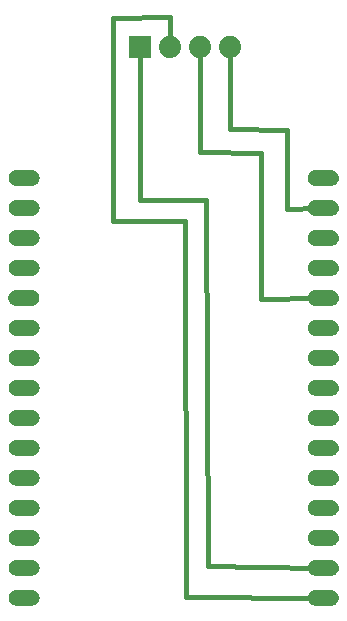
<source format=gbl>
G04 MADE WITH FRITZING*
G04 WWW.FRITZING.ORG*
G04 DOUBLE SIDED*
G04 HOLES PLATED*
G04 CONTOUR ON CENTER OF CONTOUR VECTOR*
%ASAXBY*%
%FSLAX23Y23*%
%MOIN*%
%OFA0B0*%
%SFA1.0B1.0*%
%ADD10C,0.074000*%
%ADD11C,0.052000*%
%ADD12R,0.074000X0.074000*%
%ADD13C,0.016000*%
%ADD14R,0.001000X0.001000*%
%LNCOPPER0*%
G90*
G70*
G54D10*
X624Y2307D03*
X824Y2307D03*
X524Y2307D03*
X724Y2307D03*
G54D11*
X1135Y469D03*
X1135Y569D03*
X1135Y669D03*
X1135Y769D03*
X1135Y869D03*
X1135Y969D03*
X1135Y1069D03*
X1135Y1169D03*
X1135Y1269D03*
X1135Y1369D03*
X1135Y1469D03*
X1135Y1569D03*
X1135Y1669D03*
X1135Y1769D03*
X1135Y1869D03*
X135Y1869D03*
X135Y1769D03*
X135Y1669D03*
X135Y1569D03*
X135Y1469D03*
X135Y1369D03*
X135Y1269D03*
X135Y1169D03*
X135Y1069D03*
X135Y969D03*
X135Y869D03*
X135Y769D03*
X135Y669D03*
X135Y569D03*
X135Y469D03*
G54D12*
X524Y2307D03*
G54D13*
X724Y2281D02*
X724Y1956D01*
D02*
X724Y1956D02*
X927Y1953D01*
D02*
X927Y1953D02*
X927Y1467D01*
D02*
X927Y1467D02*
X1111Y1469D01*
D02*
X823Y2035D02*
X1013Y2031D01*
D02*
X1013Y2031D02*
X1013Y1767D01*
D02*
X824Y2281D02*
X823Y2035D01*
D02*
X1013Y1767D02*
X1111Y1769D01*
D02*
X677Y473D02*
X1111Y469D01*
D02*
X674Y1726D02*
X677Y473D01*
D02*
X432Y1726D02*
X674Y1726D01*
D02*
X433Y2405D02*
X432Y1726D01*
D02*
X622Y2407D02*
X433Y2405D01*
D02*
X623Y2332D02*
X622Y2407D01*
D02*
X743Y1798D02*
X749Y576D01*
D02*
X749Y576D02*
X1111Y569D01*
D02*
X521Y1798D02*
X743Y1798D01*
D02*
X524Y2281D02*
X521Y1798D01*
G54D14*
X104Y1895D02*
X168Y1895D01*
X1101Y1895D02*
X1166Y1895D01*
X101Y1894D02*
X171Y1894D01*
X1098Y1894D02*
X1169Y1894D01*
X99Y1893D02*
X173Y1893D01*
X1096Y1893D02*
X1171Y1893D01*
X97Y1892D02*
X175Y1892D01*
X1094Y1892D02*
X1172Y1892D01*
X96Y1891D02*
X177Y1891D01*
X1093Y1891D02*
X1174Y1891D01*
X94Y1890D02*
X178Y1890D01*
X1092Y1890D02*
X1175Y1890D01*
X93Y1889D02*
X179Y1889D01*
X1090Y1889D02*
X1176Y1889D01*
X92Y1888D02*
X180Y1888D01*
X1089Y1888D02*
X1178Y1888D01*
X91Y1887D02*
X181Y1887D01*
X1089Y1887D02*
X1178Y1887D01*
X91Y1886D02*
X182Y1886D01*
X1088Y1886D02*
X1179Y1886D01*
X90Y1885D02*
X131Y1885D01*
X142Y1885D02*
X183Y1885D01*
X1087Y1885D02*
X1127Y1885D01*
X1138Y1885D02*
X1180Y1885D01*
X89Y1884D02*
X128Y1884D01*
X144Y1884D02*
X184Y1884D01*
X1086Y1884D02*
X1125Y1884D01*
X1141Y1884D02*
X1181Y1884D01*
X88Y1883D02*
X127Y1883D01*
X146Y1883D02*
X184Y1883D01*
X1086Y1883D02*
X1123Y1883D01*
X1142Y1883D02*
X1181Y1883D01*
X88Y1882D02*
X125Y1882D01*
X147Y1882D02*
X185Y1882D01*
X1085Y1882D02*
X1122Y1882D01*
X1144Y1882D02*
X1182Y1882D01*
X87Y1881D02*
X124Y1881D01*
X148Y1881D02*
X185Y1881D01*
X1085Y1881D02*
X1121Y1881D01*
X1145Y1881D02*
X1182Y1881D01*
X87Y1880D02*
X123Y1880D01*
X149Y1880D02*
X186Y1880D01*
X1084Y1880D02*
X1120Y1880D01*
X1146Y1880D02*
X1183Y1880D01*
X86Y1879D02*
X123Y1879D01*
X150Y1879D02*
X186Y1879D01*
X1084Y1879D02*
X1119Y1879D01*
X1146Y1879D02*
X1183Y1879D01*
X86Y1878D02*
X122Y1878D01*
X151Y1878D02*
X186Y1878D01*
X1083Y1878D02*
X1118Y1878D01*
X1147Y1878D02*
X1184Y1878D01*
X86Y1877D02*
X121Y1877D01*
X151Y1877D02*
X187Y1877D01*
X1083Y1877D02*
X1118Y1877D01*
X1148Y1877D02*
X1184Y1877D01*
X86Y1876D02*
X121Y1876D01*
X152Y1876D02*
X187Y1876D01*
X1083Y1876D02*
X1117Y1876D01*
X1148Y1876D02*
X1184Y1876D01*
X85Y1875D02*
X121Y1875D01*
X152Y1875D02*
X187Y1875D01*
X1082Y1875D02*
X1117Y1875D01*
X1148Y1875D02*
X1184Y1875D01*
X85Y1874D02*
X120Y1874D01*
X152Y1874D02*
X187Y1874D01*
X1082Y1874D02*
X1117Y1874D01*
X1149Y1874D02*
X1185Y1874D01*
X85Y1873D02*
X120Y1873D01*
X153Y1873D02*
X188Y1873D01*
X1082Y1873D02*
X1116Y1873D01*
X1149Y1873D02*
X1185Y1873D01*
X85Y1872D02*
X120Y1872D01*
X153Y1872D02*
X188Y1872D01*
X1082Y1872D02*
X1116Y1872D01*
X1149Y1872D02*
X1185Y1872D01*
X85Y1871D02*
X120Y1871D01*
X153Y1871D02*
X188Y1871D01*
X1082Y1871D02*
X1116Y1871D01*
X1149Y1871D02*
X1185Y1871D01*
X85Y1870D02*
X120Y1870D01*
X153Y1870D02*
X188Y1870D01*
X1082Y1870D02*
X1116Y1870D01*
X1149Y1870D02*
X1185Y1870D01*
X85Y1869D02*
X120Y1869D01*
X153Y1869D02*
X188Y1869D01*
X1082Y1869D02*
X1116Y1869D01*
X1149Y1869D02*
X1185Y1869D01*
X85Y1868D02*
X120Y1868D01*
X153Y1868D02*
X188Y1868D01*
X1082Y1868D02*
X1116Y1868D01*
X1149Y1868D02*
X1185Y1868D01*
X85Y1867D02*
X120Y1867D01*
X153Y1867D02*
X188Y1867D01*
X1082Y1867D02*
X1116Y1867D01*
X1149Y1867D02*
X1185Y1867D01*
X85Y1866D02*
X120Y1866D01*
X153Y1866D02*
X187Y1866D01*
X1082Y1866D02*
X1116Y1866D01*
X1149Y1866D02*
X1185Y1866D01*
X85Y1865D02*
X120Y1865D01*
X152Y1865D02*
X187Y1865D01*
X1082Y1865D02*
X1117Y1865D01*
X1149Y1865D02*
X1184Y1865D01*
X86Y1864D02*
X121Y1864D01*
X152Y1864D02*
X187Y1864D01*
X1083Y1864D02*
X1117Y1864D01*
X1148Y1864D02*
X1184Y1864D01*
X86Y1863D02*
X121Y1863D01*
X151Y1863D02*
X187Y1863D01*
X1083Y1863D02*
X1118Y1863D01*
X1148Y1863D02*
X1184Y1863D01*
X86Y1862D02*
X122Y1862D01*
X151Y1862D02*
X186Y1862D01*
X1083Y1862D02*
X1118Y1862D01*
X1147Y1862D02*
X1184Y1862D01*
X86Y1861D02*
X122Y1861D01*
X150Y1861D02*
X186Y1861D01*
X1084Y1861D02*
X1119Y1861D01*
X1147Y1861D02*
X1183Y1861D01*
X87Y1860D02*
X123Y1860D01*
X150Y1860D02*
X186Y1860D01*
X1084Y1860D02*
X1119Y1860D01*
X1146Y1860D02*
X1183Y1860D01*
X87Y1859D02*
X124Y1859D01*
X149Y1859D02*
X185Y1859D01*
X1084Y1859D02*
X1120Y1859D01*
X1145Y1859D02*
X1182Y1859D01*
X88Y1858D02*
X125Y1858D01*
X148Y1858D02*
X185Y1858D01*
X1085Y1858D02*
X1121Y1858D01*
X1144Y1858D02*
X1182Y1858D01*
X88Y1857D02*
X126Y1857D01*
X146Y1857D02*
X184Y1857D01*
X1086Y1857D02*
X1123Y1857D01*
X1143Y1857D02*
X1181Y1857D01*
X89Y1856D02*
X128Y1856D01*
X145Y1856D02*
X184Y1856D01*
X1086Y1856D02*
X1124Y1856D01*
X1141Y1856D02*
X1181Y1856D01*
X90Y1855D02*
X130Y1855D01*
X143Y1855D02*
X183Y1855D01*
X1087Y1855D02*
X1126Y1855D01*
X1139Y1855D02*
X1180Y1855D01*
X90Y1854D02*
X134Y1854D01*
X139Y1854D02*
X182Y1854D01*
X1088Y1854D02*
X1130Y1854D01*
X1135Y1854D02*
X1179Y1854D01*
X91Y1853D02*
X181Y1853D01*
X1088Y1853D02*
X1178Y1853D01*
X92Y1852D02*
X181Y1852D01*
X1089Y1852D02*
X1178Y1852D01*
X93Y1851D02*
X179Y1851D01*
X1090Y1851D02*
X1177Y1851D01*
X94Y1850D02*
X178Y1850D01*
X1091Y1850D02*
X1175Y1850D01*
X96Y1849D02*
X177Y1849D01*
X1093Y1849D02*
X1174Y1849D01*
X97Y1848D02*
X176Y1848D01*
X1094Y1848D02*
X1173Y1848D01*
X99Y1847D02*
X174Y1847D01*
X1096Y1847D02*
X1171Y1847D01*
X101Y1846D02*
X172Y1846D01*
X1098Y1846D02*
X1169Y1846D01*
X103Y1845D02*
X169Y1845D01*
X1101Y1845D02*
X1166Y1845D01*
X110Y1844D02*
X163Y1844D01*
X1107Y1844D02*
X1160Y1844D01*
X104Y1795D02*
X169Y1795D01*
X1101Y1795D02*
X1166Y1795D01*
X101Y1794D02*
X172Y1794D01*
X1098Y1794D02*
X1169Y1794D01*
X99Y1793D02*
X174Y1793D01*
X1096Y1793D02*
X1171Y1793D01*
X97Y1792D02*
X175Y1792D01*
X1094Y1792D02*
X1173Y1792D01*
X96Y1791D02*
X177Y1791D01*
X1093Y1791D02*
X1174Y1791D01*
X94Y1790D02*
X178Y1790D01*
X1092Y1790D02*
X1175Y1790D01*
X93Y1789D02*
X179Y1789D01*
X1090Y1789D02*
X1177Y1789D01*
X92Y1788D02*
X180Y1788D01*
X1089Y1788D02*
X1178Y1788D01*
X91Y1787D02*
X181Y1787D01*
X1088Y1787D02*
X1178Y1787D01*
X91Y1786D02*
X182Y1786D01*
X1088Y1786D02*
X1179Y1786D01*
X90Y1785D02*
X130Y1785D01*
X142Y1785D02*
X183Y1785D01*
X1087Y1785D02*
X1127Y1785D01*
X1139Y1785D02*
X1180Y1785D01*
X89Y1784D02*
X128Y1784D01*
X144Y1784D02*
X184Y1784D01*
X1086Y1784D02*
X1125Y1784D01*
X1141Y1784D02*
X1181Y1784D01*
X88Y1783D02*
X127Y1783D01*
X146Y1783D02*
X184Y1783D01*
X1086Y1783D02*
X1123Y1783D01*
X1143Y1783D02*
X1181Y1783D01*
X88Y1782D02*
X125Y1782D01*
X147Y1782D02*
X185Y1782D01*
X1085Y1782D02*
X1122Y1782D01*
X1144Y1782D02*
X1182Y1782D01*
X87Y1781D02*
X124Y1781D01*
X148Y1781D02*
X185Y1781D01*
X1085Y1781D02*
X1121Y1781D01*
X1145Y1781D02*
X1182Y1781D01*
X87Y1780D02*
X123Y1780D01*
X149Y1780D02*
X186Y1780D01*
X1084Y1780D02*
X1120Y1780D01*
X1146Y1780D02*
X1183Y1780D01*
X86Y1779D02*
X123Y1779D01*
X150Y1779D02*
X186Y1779D01*
X1084Y1779D02*
X1119Y1779D01*
X1147Y1779D02*
X1183Y1779D01*
X86Y1778D02*
X122Y1778D01*
X151Y1778D02*
X186Y1778D01*
X1083Y1778D02*
X1118Y1778D01*
X1147Y1778D02*
X1184Y1778D01*
X86Y1777D02*
X121Y1777D01*
X151Y1777D02*
X187Y1777D01*
X1083Y1777D02*
X1118Y1777D01*
X1148Y1777D02*
X1184Y1777D01*
X86Y1776D02*
X121Y1776D01*
X152Y1776D02*
X187Y1776D01*
X1083Y1776D02*
X1117Y1776D01*
X1148Y1776D02*
X1184Y1776D01*
X85Y1775D02*
X121Y1775D01*
X152Y1775D02*
X187Y1775D01*
X1082Y1775D02*
X1117Y1775D01*
X1149Y1775D02*
X1184Y1775D01*
X85Y1774D02*
X120Y1774D01*
X152Y1774D02*
X187Y1774D01*
X1082Y1774D02*
X1117Y1774D01*
X1149Y1774D02*
X1185Y1774D01*
X85Y1773D02*
X120Y1773D01*
X153Y1773D02*
X188Y1773D01*
X1082Y1773D02*
X1116Y1773D01*
X1149Y1773D02*
X1185Y1773D01*
X85Y1772D02*
X120Y1772D01*
X153Y1772D02*
X188Y1772D01*
X1082Y1772D02*
X1116Y1772D01*
X1149Y1772D02*
X1185Y1772D01*
X85Y1771D02*
X120Y1771D01*
X153Y1771D02*
X188Y1771D01*
X1082Y1771D02*
X1116Y1771D01*
X1149Y1771D02*
X1185Y1771D01*
X85Y1770D02*
X120Y1770D01*
X153Y1770D02*
X188Y1770D01*
X1082Y1770D02*
X1116Y1770D01*
X1149Y1770D02*
X1185Y1770D01*
X85Y1769D02*
X120Y1769D01*
X153Y1769D02*
X188Y1769D01*
X1082Y1769D02*
X1116Y1769D01*
X1149Y1769D02*
X1185Y1769D01*
X85Y1768D02*
X120Y1768D01*
X153Y1768D02*
X188Y1768D01*
X1082Y1768D02*
X1116Y1768D01*
X1149Y1768D02*
X1185Y1768D01*
X85Y1767D02*
X120Y1767D01*
X153Y1767D02*
X188Y1767D01*
X1082Y1767D02*
X1116Y1767D01*
X1149Y1767D02*
X1185Y1767D01*
X85Y1766D02*
X120Y1766D01*
X152Y1766D02*
X187Y1766D01*
X1082Y1766D02*
X1117Y1766D01*
X1149Y1766D02*
X1185Y1766D01*
X85Y1765D02*
X120Y1765D01*
X152Y1765D02*
X187Y1765D01*
X1082Y1765D02*
X1117Y1765D01*
X1149Y1765D02*
X1184Y1765D01*
X86Y1764D02*
X121Y1764D01*
X152Y1764D02*
X187Y1764D01*
X1083Y1764D02*
X1117Y1764D01*
X1148Y1764D02*
X1184Y1764D01*
X86Y1763D02*
X121Y1763D01*
X151Y1763D02*
X187Y1763D01*
X1083Y1763D02*
X1118Y1763D01*
X1148Y1763D02*
X1184Y1763D01*
X86Y1762D02*
X122Y1762D01*
X151Y1762D02*
X186Y1762D01*
X1083Y1762D02*
X1118Y1762D01*
X1147Y1762D02*
X1184Y1762D01*
X86Y1761D02*
X122Y1761D01*
X150Y1761D02*
X186Y1761D01*
X1084Y1761D02*
X1119Y1761D01*
X1147Y1761D02*
X1183Y1761D01*
X87Y1760D02*
X123Y1760D01*
X150Y1760D02*
X186Y1760D01*
X1084Y1760D02*
X1119Y1760D01*
X1146Y1760D02*
X1183Y1760D01*
X87Y1759D02*
X124Y1759D01*
X149Y1759D02*
X185Y1759D01*
X1084Y1759D02*
X1120Y1759D01*
X1145Y1759D02*
X1182Y1759D01*
X88Y1758D02*
X125Y1758D01*
X148Y1758D02*
X185Y1758D01*
X1085Y1758D02*
X1121Y1758D01*
X1144Y1758D02*
X1182Y1758D01*
X88Y1757D02*
X126Y1757D01*
X146Y1757D02*
X184Y1757D01*
X1086Y1757D02*
X1123Y1757D01*
X1143Y1757D02*
X1181Y1757D01*
X89Y1756D02*
X128Y1756D01*
X145Y1756D02*
X184Y1756D01*
X1086Y1756D02*
X1124Y1756D01*
X1141Y1756D02*
X1181Y1756D01*
X90Y1755D02*
X130Y1755D01*
X143Y1755D02*
X183Y1755D01*
X1087Y1755D02*
X1126Y1755D01*
X1139Y1755D02*
X1180Y1755D01*
X90Y1754D02*
X134Y1754D01*
X138Y1754D02*
X182Y1754D01*
X1088Y1754D02*
X1131Y1754D01*
X1135Y1754D02*
X1179Y1754D01*
X91Y1753D02*
X181Y1753D01*
X1088Y1753D02*
X1179Y1753D01*
X92Y1752D02*
X180Y1752D01*
X1089Y1752D02*
X1178Y1752D01*
X93Y1751D02*
X179Y1751D01*
X1090Y1751D02*
X1177Y1751D01*
X94Y1750D02*
X178Y1750D01*
X1092Y1750D02*
X1175Y1750D01*
X96Y1749D02*
X177Y1749D01*
X1093Y1749D02*
X1174Y1749D01*
X97Y1748D02*
X176Y1748D01*
X1094Y1748D02*
X1173Y1748D01*
X99Y1747D02*
X174Y1747D01*
X1096Y1747D02*
X1171Y1747D01*
X101Y1746D02*
X172Y1746D01*
X1098Y1746D02*
X1169Y1746D01*
X104Y1745D02*
X169Y1745D01*
X1101Y1745D02*
X1166Y1745D01*
X110Y1744D02*
X162Y1744D01*
X1107Y1744D02*
X1160Y1744D01*
X104Y1695D02*
X169Y1695D01*
X1101Y1695D02*
X1166Y1695D01*
X101Y1694D02*
X172Y1694D01*
X1098Y1694D02*
X1169Y1694D01*
X99Y1693D02*
X174Y1693D01*
X1096Y1693D02*
X1171Y1693D01*
X97Y1692D02*
X175Y1692D01*
X1094Y1692D02*
X1173Y1692D01*
X96Y1691D02*
X177Y1691D01*
X1093Y1691D02*
X1174Y1691D01*
X94Y1690D02*
X178Y1690D01*
X1092Y1690D02*
X1175Y1690D01*
X93Y1689D02*
X179Y1689D01*
X1090Y1689D02*
X1176Y1689D01*
X92Y1688D02*
X180Y1688D01*
X1089Y1688D02*
X1178Y1688D01*
X91Y1687D02*
X181Y1687D01*
X1088Y1687D02*
X1178Y1687D01*
X90Y1686D02*
X182Y1686D01*
X1088Y1686D02*
X1179Y1686D01*
X90Y1685D02*
X130Y1685D01*
X142Y1685D02*
X183Y1685D01*
X1087Y1685D02*
X1127Y1685D01*
X1139Y1685D02*
X1180Y1685D01*
X89Y1684D02*
X128Y1684D01*
X145Y1684D02*
X184Y1684D01*
X1086Y1684D02*
X1124Y1684D01*
X1141Y1684D02*
X1181Y1684D01*
X88Y1683D02*
X126Y1683D01*
X146Y1683D02*
X184Y1683D01*
X1086Y1683D02*
X1123Y1683D01*
X1143Y1683D02*
X1181Y1683D01*
X88Y1682D02*
X125Y1682D01*
X147Y1682D02*
X185Y1682D01*
X1085Y1682D02*
X1122Y1682D01*
X1144Y1682D02*
X1182Y1682D01*
X87Y1681D02*
X124Y1681D01*
X149Y1681D02*
X185Y1681D01*
X1085Y1681D02*
X1120Y1681D01*
X1145Y1681D02*
X1182Y1681D01*
X87Y1680D02*
X123Y1680D01*
X149Y1680D02*
X186Y1680D01*
X1084Y1680D02*
X1120Y1680D01*
X1146Y1680D02*
X1183Y1680D01*
X86Y1679D02*
X122Y1679D01*
X150Y1679D02*
X186Y1679D01*
X1084Y1679D02*
X1119Y1679D01*
X1146Y1679D02*
X1183Y1679D01*
X86Y1678D02*
X122Y1678D01*
X151Y1678D02*
X186Y1678D01*
X1083Y1678D02*
X1118Y1678D01*
X1147Y1678D02*
X1184Y1678D01*
X86Y1677D02*
X121Y1677D01*
X151Y1677D02*
X187Y1677D01*
X1083Y1677D02*
X1118Y1677D01*
X1148Y1677D02*
X1184Y1677D01*
X86Y1676D02*
X121Y1676D01*
X152Y1676D02*
X187Y1676D01*
X1083Y1676D02*
X1117Y1676D01*
X1148Y1676D02*
X1184Y1676D01*
X85Y1675D02*
X120Y1675D01*
X152Y1675D02*
X187Y1675D01*
X1082Y1675D02*
X1117Y1675D01*
X1148Y1675D02*
X1184Y1675D01*
X85Y1674D02*
X120Y1674D01*
X152Y1674D02*
X187Y1674D01*
X1082Y1674D02*
X1117Y1674D01*
X1149Y1674D02*
X1185Y1674D01*
X85Y1673D02*
X120Y1673D01*
X153Y1673D02*
X188Y1673D01*
X1082Y1673D02*
X1116Y1673D01*
X1149Y1673D02*
X1185Y1673D01*
X85Y1672D02*
X120Y1672D01*
X153Y1672D02*
X188Y1672D01*
X1082Y1672D02*
X1116Y1672D01*
X1149Y1672D02*
X1185Y1672D01*
X85Y1671D02*
X120Y1671D01*
X153Y1671D02*
X188Y1671D01*
X1082Y1671D02*
X1116Y1671D01*
X1149Y1671D02*
X1185Y1671D01*
X85Y1670D02*
X120Y1670D01*
X153Y1670D02*
X188Y1670D01*
X1082Y1670D02*
X1116Y1670D01*
X1149Y1670D02*
X1185Y1670D01*
X85Y1669D02*
X120Y1669D01*
X153Y1669D02*
X188Y1669D01*
X1082Y1669D02*
X1116Y1669D01*
X1149Y1669D02*
X1185Y1669D01*
X85Y1668D02*
X120Y1668D01*
X153Y1668D02*
X188Y1668D01*
X1082Y1668D02*
X1116Y1668D01*
X1149Y1668D02*
X1185Y1668D01*
X85Y1667D02*
X120Y1667D01*
X153Y1667D02*
X188Y1667D01*
X1082Y1667D02*
X1116Y1667D01*
X1149Y1667D02*
X1185Y1667D01*
X85Y1666D02*
X120Y1666D01*
X152Y1666D02*
X187Y1666D01*
X1082Y1666D02*
X1117Y1666D01*
X1149Y1666D02*
X1185Y1666D01*
X85Y1665D02*
X120Y1665D01*
X152Y1665D02*
X187Y1665D01*
X1082Y1665D02*
X1117Y1665D01*
X1149Y1665D02*
X1184Y1665D01*
X86Y1664D02*
X121Y1664D01*
X152Y1664D02*
X187Y1664D01*
X1083Y1664D02*
X1117Y1664D01*
X1148Y1664D02*
X1184Y1664D01*
X86Y1663D02*
X121Y1663D01*
X151Y1663D02*
X187Y1663D01*
X1083Y1663D02*
X1118Y1663D01*
X1148Y1663D02*
X1184Y1663D01*
X86Y1662D02*
X122Y1662D01*
X151Y1662D02*
X186Y1662D01*
X1083Y1662D02*
X1118Y1662D01*
X1147Y1662D02*
X1184Y1662D01*
X86Y1661D02*
X122Y1661D01*
X150Y1661D02*
X186Y1661D01*
X1084Y1661D02*
X1119Y1661D01*
X1147Y1661D02*
X1183Y1661D01*
X87Y1660D02*
X123Y1660D01*
X150Y1660D02*
X186Y1660D01*
X1084Y1660D02*
X1119Y1660D01*
X1146Y1660D02*
X1183Y1660D01*
X87Y1659D02*
X124Y1659D01*
X149Y1659D02*
X185Y1659D01*
X1084Y1659D02*
X1120Y1659D01*
X1145Y1659D02*
X1182Y1659D01*
X88Y1658D02*
X125Y1658D01*
X148Y1658D02*
X185Y1658D01*
X1085Y1658D02*
X1121Y1658D01*
X1144Y1658D02*
X1182Y1658D01*
X88Y1657D02*
X126Y1657D01*
X146Y1657D02*
X184Y1657D01*
X1086Y1657D02*
X1123Y1657D01*
X1143Y1657D02*
X1181Y1657D01*
X89Y1656D02*
X128Y1656D01*
X145Y1656D02*
X184Y1656D01*
X1086Y1656D02*
X1124Y1656D01*
X1141Y1656D02*
X1181Y1656D01*
X90Y1655D02*
X130Y1655D01*
X143Y1655D02*
X183Y1655D01*
X1087Y1655D02*
X1126Y1655D01*
X1139Y1655D02*
X1180Y1655D01*
X90Y1654D02*
X135Y1654D01*
X138Y1654D02*
X182Y1654D01*
X1088Y1654D02*
X1131Y1654D01*
X1134Y1654D02*
X1179Y1654D01*
X91Y1653D02*
X181Y1653D01*
X1088Y1653D02*
X1178Y1653D01*
X92Y1652D02*
X180Y1652D01*
X1089Y1652D02*
X1178Y1652D01*
X93Y1651D02*
X179Y1651D01*
X1090Y1651D02*
X1177Y1651D01*
X94Y1650D02*
X178Y1650D01*
X1092Y1650D02*
X1175Y1650D01*
X96Y1649D02*
X177Y1649D01*
X1093Y1649D02*
X1174Y1649D01*
X97Y1648D02*
X175Y1648D01*
X1094Y1648D02*
X1173Y1648D01*
X99Y1647D02*
X174Y1647D01*
X1096Y1647D02*
X1171Y1647D01*
X101Y1646D02*
X172Y1646D01*
X1098Y1646D02*
X1169Y1646D01*
X104Y1645D02*
X169Y1645D01*
X1101Y1645D02*
X1166Y1645D01*
X111Y1644D02*
X162Y1644D01*
X1108Y1644D02*
X1159Y1644D01*
X111Y1596D02*
X162Y1596D01*
X1108Y1596D02*
X1159Y1596D01*
X104Y1595D02*
X169Y1595D01*
X1101Y1595D02*
X1166Y1595D01*
X101Y1594D02*
X172Y1594D01*
X1098Y1594D02*
X1169Y1594D01*
X99Y1593D02*
X174Y1593D01*
X1096Y1593D02*
X1171Y1593D01*
X97Y1592D02*
X175Y1592D01*
X1094Y1592D02*
X1173Y1592D01*
X96Y1591D02*
X177Y1591D01*
X1093Y1591D02*
X1174Y1591D01*
X94Y1590D02*
X178Y1590D01*
X1092Y1590D02*
X1175Y1590D01*
X93Y1589D02*
X179Y1589D01*
X1090Y1589D02*
X1177Y1589D01*
X92Y1588D02*
X180Y1588D01*
X1089Y1588D02*
X1178Y1588D01*
X91Y1587D02*
X181Y1587D01*
X1088Y1587D02*
X1178Y1587D01*
X90Y1586D02*
X182Y1586D01*
X1088Y1586D02*
X1179Y1586D01*
X90Y1585D02*
X130Y1585D01*
X142Y1585D02*
X183Y1585D01*
X1087Y1585D02*
X1127Y1585D01*
X1139Y1585D02*
X1180Y1585D01*
X89Y1584D02*
X128Y1584D01*
X145Y1584D02*
X184Y1584D01*
X1086Y1584D02*
X1124Y1584D01*
X1141Y1584D02*
X1181Y1584D01*
X88Y1583D02*
X126Y1583D01*
X146Y1583D02*
X184Y1583D01*
X1086Y1583D02*
X1123Y1583D01*
X1143Y1583D02*
X1181Y1583D01*
X88Y1582D02*
X125Y1582D01*
X148Y1582D02*
X185Y1582D01*
X1085Y1582D02*
X1121Y1582D01*
X1144Y1582D02*
X1182Y1582D01*
X87Y1581D02*
X124Y1581D01*
X149Y1581D02*
X185Y1581D01*
X1084Y1581D02*
X1120Y1581D01*
X1145Y1581D02*
X1182Y1581D01*
X87Y1580D02*
X123Y1580D01*
X150Y1580D02*
X186Y1580D01*
X1084Y1580D02*
X1119Y1580D01*
X1146Y1580D02*
X1183Y1580D01*
X86Y1579D02*
X122Y1579D01*
X150Y1579D02*
X186Y1579D01*
X1084Y1579D02*
X1119Y1579D01*
X1147Y1579D02*
X1183Y1579D01*
X86Y1578D02*
X122Y1578D01*
X151Y1578D02*
X186Y1578D01*
X1083Y1578D02*
X1118Y1578D01*
X1147Y1578D02*
X1184Y1578D01*
X86Y1577D02*
X121Y1577D01*
X151Y1577D02*
X187Y1577D01*
X1083Y1577D02*
X1118Y1577D01*
X1148Y1577D02*
X1184Y1577D01*
X86Y1576D02*
X121Y1576D01*
X152Y1576D02*
X187Y1576D01*
X1083Y1576D02*
X1117Y1576D01*
X1148Y1576D02*
X1184Y1576D01*
X85Y1575D02*
X120Y1575D01*
X152Y1575D02*
X187Y1575D01*
X1082Y1575D02*
X1117Y1575D01*
X1149Y1575D02*
X1184Y1575D01*
X85Y1574D02*
X120Y1574D01*
X153Y1574D02*
X187Y1574D01*
X1082Y1574D02*
X1116Y1574D01*
X1149Y1574D02*
X1185Y1574D01*
X85Y1573D02*
X120Y1573D01*
X153Y1573D02*
X188Y1573D01*
X1082Y1573D02*
X1116Y1573D01*
X1149Y1573D02*
X1185Y1573D01*
X85Y1572D02*
X120Y1572D01*
X153Y1572D02*
X188Y1572D01*
X1082Y1572D02*
X1116Y1572D01*
X1149Y1572D02*
X1185Y1572D01*
X85Y1571D02*
X120Y1571D01*
X153Y1571D02*
X188Y1571D01*
X1082Y1571D02*
X1116Y1571D01*
X1149Y1571D02*
X1185Y1571D01*
X85Y1570D02*
X120Y1570D01*
X153Y1570D02*
X188Y1570D01*
X1082Y1570D02*
X1116Y1570D01*
X1149Y1570D02*
X1185Y1570D01*
X85Y1569D02*
X120Y1569D01*
X153Y1569D02*
X188Y1569D01*
X1082Y1569D02*
X1116Y1569D01*
X1149Y1569D02*
X1185Y1569D01*
X85Y1568D02*
X120Y1568D01*
X153Y1568D02*
X188Y1568D01*
X1082Y1568D02*
X1116Y1568D01*
X1149Y1568D02*
X1185Y1568D01*
X85Y1567D02*
X120Y1567D01*
X153Y1567D02*
X188Y1567D01*
X1082Y1567D02*
X1116Y1567D01*
X1149Y1567D02*
X1185Y1567D01*
X85Y1566D02*
X120Y1566D01*
X153Y1566D02*
X187Y1566D01*
X1082Y1566D02*
X1116Y1566D01*
X1149Y1566D02*
X1185Y1566D01*
X85Y1565D02*
X120Y1565D01*
X152Y1565D02*
X187Y1565D01*
X1082Y1565D02*
X1117Y1565D01*
X1149Y1565D02*
X1184Y1565D01*
X86Y1564D02*
X121Y1564D01*
X152Y1564D02*
X187Y1564D01*
X1083Y1564D02*
X1117Y1564D01*
X1148Y1564D02*
X1184Y1564D01*
X86Y1563D02*
X121Y1563D01*
X151Y1563D02*
X187Y1563D01*
X1083Y1563D02*
X1118Y1563D01*
X1148Y1563D02*
X1184Y1563D01*
X86Y1562D02*
X122Y1562D01*
X151Y1562D02*
X186Y1562D01*
X1083Y1562D02*
X1118Y1562D01*
X1147Y1562D02*
X1184Y1562D01*
X86Y1561D02*
X122Y1561D01*
X150Y1561D02*
X186Y1561D01*
X1084Y1561D02*
X1119Y1561D01*
X1147Y1561D02*
X1183Y1561D01*
X87Y1560D02*
X123Y1560D01*
X150Y1560D02*
X186Y1560D01*
X1084Y1560D02*
X1119Y1560D01*
X1146Y1560D02*
X1183Y1560D01*
X87Y1559D02*
X124Y1559D01*
X149Y1559D02*
X185Y1559D01*
X1085Y1559D02*
X1120Y1559D01*
X1145Y1559D02*
X1182Y1559D01*
X88Y1558D02*
X125Y1558D01*
X148Y1558D02*
X185Y1558D01*
X1085Y1558D02*
X1121Y1558D01*
X1144Y1558D02*
X1182Y1558D01*
X88Y1557D02*
X126Y1557D01*
X146Y1557D02*
X184Y1557D01*
X1086Y1557D02*
X1123Y1557D01*
X1143Y1557D02*
X1181Y1557D01*
X89Y1556D02*
X128Y1556D01*
X145Y1556D02*
X184Y1556D01*
X1086Y1556D02*
X1124Y1556D01*
X1141Y1556D02*
X1181Y1556D01*
X90Y1555D02*
X130Y1555D01*
X143Y1555D02*
X183Y1555D01*
X1087Y1555D02*
X1126Y1555D01*
X1139Y1555D02*
X1180Y1555D01*
X90Y1554D02*
X182Y1554D01*
X1088Y1554D02*
X1179Y1554D01*
X91Y1553D02*
X181Y1553D01*
X1088Y1553D02*
X1178Y1553D01*
X92Y1552D02*
X180Y1552D01*
X1089Y1552D02*
X1178Y1552D01*
X93Y1551D02*
X179Y1551D01*
X1090Y1551D02*
X1177Y1551D01*
X94Y1550D02*
X178Y1550D01*
X1092Y1550D02*
X1175Y1550D01*
X96Y1549D02*
X177Y1549D01*
X1093Y1549D02*
X1174Y1549D01*
X97Y1548D02*
X175Y1548D01*
X1094Y1548D02*
X1173Y1548D01*
X99Y1547D02*
X174Y1547D01*
X1096Y1547D02*
X1171Y1547D01*
X101Y1546D02*
X172Y1546D01*
X1098Y1546D02*
X1169Y1546D01*
X104Y1545D02*
X169Y1545D01*
X1101Y1545D02*
X1166Y1545D01*
X109Y1496D02*
X161Y1496D01*
X1107Y1496D02*
X1160Y1496D01*
X103Y1495D02*
X168Y1495D01*
X1101Y1495D02*
X1166Y1495D01*
X100Y1494D02*
X171Y1494D01*
X1098Y1494D02*
X1169Y1494D01*
X98Y1493D02*
X173Y1493D01*
X1096Y1493D02*
X1171Y1493D01*
X96Y1492D02*
X175Y1492D01*
X1094Y1492D02*
X1173Y1492D01*
X95Y1491D02*
X176Y1491D01*
X1093Y1491D02*
X1174Y1491D01*
X93Y1490D02*
X177Y1490D01*
X1091Y1490D02*
X1175Y1490D01*
X92Y1489D02*
X178Y1489D01*
X1090Y1489D02*
X1177Y1489D01*
X91Y1488D02*
X179Y1488D01*
X1089Y1488D02*
X1178Y1488D01*
X90Y1487D02*
X180Y1487D01*
X1088Y1487D02*
X1178Y1487D01*
X89Y1486D02*
X181Y1486D01*
X1088Y1486D02*
X1179Y1486D01*
X89Y1485D02*
X129Y1485D01*
X141Y1485D02*
X182Y1485D01*
X1087Y1485D02*
X1127Y1485D01*
X1138Y1485D02*
X1180Y1485D01*
X88Y1484D02*
X127Y1484D01*
X143Y1484D02*
X183Y1484D01*
X1086Y1484D02*
X1125Y1484D01*
X1141Y1484D02*
X1181Y1484D01*
X87Y1483D02*
X126Y1483D01*
X145Y1483D02*
X183Y1483D01*
X1086Y1483D02*
X1123Y1483D01*
X1142Y1483D02*
X1181Y1483D01*
X87Y1482D02*
X124Y1482D01*
X146Y1482D02*
X184Y1482D01*
X1085Y1482D02*
X1122Y1482D01*
X1144Y1482D02*
X1182Y1482D01*
X86Y1481D02*
X123Y1481D01*
X147Y1481D02*
X184Y1481D01*
X1084Y1481D02*
X1121Y1481D01*
X1145Y1481D02*
X1182Y1481D01*
X86Y1480D02*
X122Y1480D01*
X148Y1480D02*
X185Y1480D01*
X1084Y1480D02*
X1120Y1480D01*
X1146Y1480D02*
X1183Y1480D01*
X85Y1479D02*
X122Y1479D01*
X149Y1479D02*
X185Y1479D01*
X1084Y1479D02*
X1119Y1479D01*
X1146Y1479D02*
X1183Y1479D01*
X85Y1478D02*
X121Y1478D01*
X150Y1478D02*
X185Y1478D01*
X1083Y1478D02*
X1118Y1478D01*
X1147Y1478D02*
X1184Y1478D01*
X85Y1477D02*
X120Y1477D01*
X150Y1477D02*
X186Y1477D01*
X1083Y1477D02*
X1118Y1477D01*
X1147Y1477D02*
X1184Y1477D01*
X85Y1476D02*
X120Y1476D01*
X151Y1476D02*
X186Y1476D01*
X1083Y1476D02*
X1117Y1476D01*
X1148Y1476D02*
X1184Y1476D01*
X84Y1475D02*
X120Y1475D01*
X151Y1475D02*
X186Y1475D01*
X1082Y1475D02*
X1117Y1475D01*
X1148Y1475D02*
X1184Y1475D01*
X84Y1474D02*
X119Y1474D01*
X151Y1474D02*
X186Y1474D01*
X1082Y1474D02*
X1117Y1474D01*
X1149Y1474D02*
X1185Y1474D01*
X84Y1473D02*
X119Y1473D01*
X151Y1473D02*
X187Y1473D01*
X1082Y1473D02*
X1117Y1473D01*
X1149Y1473D02*
X1185Y1473D01*
X84Y1472D02*
X119Y1472D01*
X152Y1472D02*
X187Y1472D01*
X1082Y1472D02*
X1116Y1472D01*
X1149Y1472D02*
X1185Y1472D01*
X84Y1471D02*
X119Y1471D01*
X152Y1471D02*
X187Y1471D01*
X1082Y1471D02*
X1116Y1471D01*
X1149Y1471D02*
X1185Y1471D01*
X84Y1470D02*
X119Y1470D01*
X152Y1470D02*
X187Y1470D01*
X1082Y1470D02*
X1116Y1470D01*
X1149Y1470D02*
X1185Y1470D01*
X84Y1469D02*
X119Y1469D01*
X152Y1469D02*
X187Y1469D01*
X1082Y1469D02*
X1116Y1469D01*
X1149Y1469D02*
X1185Y1469D01*
X84Y1468D02*
X119Y1468D01*
X152Y1468D02*
X187Y1468D01*
X1082Y1468D02*
X1116Y1468D01*
X1149Y1468D02*
X1185Y1468D01*
X84Y1467D02*
X119Y1467D01*
X151Y1467D02*
X187Y1467D01*
X1082Y1467D02*
X1117Y1467D01*
X1149Y1467D02*
X1185Y1467D01*
X84Y1466D02*
X119Y1466D01*
X151Y1466D02*
X186Y1466D01*
X1082Y1466D02*
X1117Y1466D01*
X1149Y1466D02*
X1185Y1466D01*
X84Y1465D02*
X120Y1465D01*
X151Y1465D02*
X186Y1465D01*
X1082Y1465D02*
X1117Y1465D01*
X1148Y1465D02*
X1184Y1465D01*
X85Y1464D02*
X120Y1464D01*
X151Y1464D02*
X186Y1464D01*
X1083Y1464D02*
X1117Y1464D01*
X1148Y1464D02*
X1184Y1464D01*
X85Y1463D02*
X120Y1463D01*
X150Y1463D02*
X186Y1463D01*
X1083Y1463D02*
X1118Y1463D01*
X1147Y1463D02*
X1184Y1463D01*
X85Y1462D02*
X121Y1462D01*
X150Y1462D02*
X185Y1462D01*
X1083Y1462D02*
X1118Y1462D01*
X1147Y1462D02*
X1184Y1462D01*
X85Y1461D02*
X122Y1461D01*
X149Y1461D02*
X185Y1461D01*
X1084Y1461D02*
X1119Y1461D01*
X1146Y1461D02*
X1183Y1461D01*
X86Y1460D02*
X122Y1460D01*
X148Y1460D02*
X185Y1460D01*
X1084Y1460D02*
X1120Y1460D01*
X1146Y1460D02*
X1183Y1460D01*
X86Y1459D02*
X123Y1459D01*
X147Y1459D02*
X184Y1459D01*
X1085Y1459D02*
X1121Y1459D01*
X1145Y1459D02*
X1182Y1459D01*
X87Y1458D02*
X124Y1458D01*
X146Y1458D02*
X184Y1458D01*
X1085Y1458D02*
X1122Y1458D01*
X1144Y1458D02*
X1182Y1458D01*
X87Y1457D02*
X126Y1457D01*
X145Y1457D02*
X183Y1457D01*
X1086Y1457D02*
X1123Y1457D01*
X1142Y1457D02*
X1181Y1457D01*
X88Y1456D02*
X127Y1456D01*
X143Y1456D02*
X183Y1456D01*
X1086Y1456D02*
X1125Y1456D01*
X1141Y1456D02*
X1181Y1456D01*
X89Y1455D02*
X129Y1455D01*
X141Y1455D02*
X182Y1455D01*
X1087Y1455D02*
X1127Y1455D01*
X1139Y1455D02*
X1180Y1455D01*
X89Y1454D02*
X181Y1454D01*
X1088Y1454D02*
X1179Y1454D01*
X90Y1453D02*
X180Y1453D01*
X1088Y1453D02*
X1178Y1453D01*
X91Y1452D02*
X179Y1452D01*
X1089Y1452D02*
X1178Y1452D01*
X92Y1451D02*
X178Y1451D01*
X1090Y1451D02*
X1176Y1451D01*
X93Y1450D02*
X177Y1450D01*
X1092Y1450D02*
X1175Y1450D01*
X95Y1449D02*
X176Y1449D01*
X1093Y1449D02*
X1174Y1449D01*
X96Y1448D02*
X174Y1448D01*
X1094Y1448D02*
X1173Y1448D01*
X98Y1447D02*
X172Y1447D01*
X1096Y1447D02*
X1171Y1447D01*
X100Y1446D02*
X171Y1446D01*
X1098Y1446D02*
X1169Y1446D01*
X103Y1445D02*
X168Y1445D01*
X1101Y1445D02*
X1166Y1445D01*
X110Y1396D02*
X163Y1396D01*
X1107Y1396D02*
X1160Y1396D01*
X103Y1395D02*
X169Y1395D01*
X1101Y1395D02*
X1166Y1395D01*
X101Y1394D02*
X172Y1394D01*
X1098Y1394D02*
X1169Y1394D01*
X99Y1393D02*
X174Y1393D01*
X1096Y1393D02*
X1171Y1393D01*
X97Y1392D02*
X176Y1392D01*
X1094Y1392D02*
X1173Y1392D01*
X96Y1391D02*
X177Y1391D01*
X1093Y1391D02*
X1174Y1391D01*
X94Y1390D02*
X178Y1390D01*
X1091Y1390D02*
X1175Y1390D01*
X93Y1389D02*
X179Y1389D01*
X1090Y1389D02*
X1177Y1389D01*
X92Y1388D02*
X181Y1388D01*
X1089Y1388D02*
X1178Y1388D01*
X91Y1387D02*
X181Y1387D01*
X1088Y1387D02*
X1178Y1387D01*
X90Y1386D02*
X182Y1386D01*
X1088Y1386D02*
X1179Y1386D01*
X90Y1385D02*
X130Y1385D01*
X142Y1385D02*
X183Y1385D01*
X1087Y1385D02*
X1127Y1385D01*
X1139Y1385D02*
X1180Y1385D01*
X89Y1384D02*
X128Y1384D01*
X144Y1384D02*
X184Y1384D01*
X1086Y1384D02*
X1125Y1384D01*
X1141Y1384D02*
X1181Y1384D01*
X88Y1383D02*
X127Y1383D01*
X146Y1383D02*
X184Y1383D01*
X1086Y1383D02*
X1123Y1383D01*
X1142Y1383D02*
X1181Y1383D01*
X88Y1382D02*
X125Y1382D01*
X147Y1382D02*
X185Y1382D01*
X1085Y1382D02*
X1122Y1382D01*
X1144Y1382D02*
X1182Y1382D01*
X87Y1381D02*
X124Y1381D01*
X148Y1381D02*
X185Y1381D01*
X1084Y1381D02*
X1121Y1381D01*
X1145Y1381D02*
X1182Y1381D01*
X87Y1380D02*
X123Y1380D01*
X149Y1380D02*
X186Y1380D01*
X1084Y1380D02*
X1120Y1380D01*
X1146Y1380D02*
X1183Y1380D01*
X86Y1379D02*
X123Y1379D01*
X150Y1379D02*
X186Y1379D01*
X1084Y1379D02*
X1119Y1379D01*
X1146Y1379D02*
X1183Y1379D01*
X86Y1378D02*
X122Y1378D01*
X151Y1378D02*
X186Y1378D01*
X1083Y1378D02*
X1118Y1378D01*
X1147Y1378D02*
X1184Y1378D01*
X86Y1377D02*
X121Y1377D01*
X151Y1377D02*
X187Y1377D01*
X1083Y1377D02*
X1118Y1377D01*
X1147Y1377D02*
X1184Y1377D01*
X86Y1376D02*
X121Y1376D01*
X152Y1376D02*
X187Y1376D01*
X1083Y1376D02*
X1117Y1376D01*
X1148Y1376D02*
X1184Y1376D01*
X85Y1375D02*
X121Y1375D01*
X152Y1375D02*
X187Y1375D01*
X1082Y1375D02*
X1117Y1375D01*
X1148Y1375D02*
X1184Y1375D01*
X85Y1374D02*
X120Y1374D01*
X152Y1374D02*
X187Y1374D01*
X1082Y1374D02*
X1117Y1374D01*
X1149Y1374D02*
X1185Y1374D01*
X85Y1373D02*
X120Y1373D01*
X152Y1373D02*
X188Y1373D01*
X1082Y1373D02*
X1116Y1373D01*
X1149Y1373D02*
X1185Y1373D01*
X85Y1372D02*
X120Y1372D01*
X153Y1372D02*
X188Y1372D01*
X1082Y1372D02*
X1116Y1372D01*
X1149Y1372D02*
X1185Y1372D01*
X85Y1371D02*
X120Y1371D01*
X153Y1371D02*
X188Y1371D01*
X1082Y1371D02*
X1116Y1371D01*
X1149Y1371D02*
X1185Y1371D01*
X85Y1370D02*
X120Y1370D01*
X153Y1370D02*
X188Y1370D01*
X1082Y1370D02*
X1116Y1370D01*
X1149Y1370D02*
X1185Y1370D01*
X85Y1369D02*
X120Y1369D01*
X153Y1369D02*
X188Y1369D01*
X1082Y1369D02*
X1116Y1369D01*
X1149Y1369D02*
X1185Y1369D01*
X85Y1368D02*
X120Y1368D01*
X153Y1368D02*
X188Y1368D01*
X1082Y1368D02*
X1116Y1368D01*
X1149Y1368D02*
X1185Y1368D01*
X85Y1367D02*
X120Y1367D01*
X152Y1367D02*
X188Y1367D01*
X1082Y1367D02*
X1117Y1367D01*
X1149Y1367D02*
X1185Y1367D01*
X85Y1366D02*
X120Y1366D01*
X152Y1366D02*
X187Y1366D01*
X1082Y1366D02*
X1117Y1366D01*
X1149Y1366D02*
X1185Y1366D01*
X85Y1365D02*
X121Y1365D01*
X152Y1365D02*
X187Y1365D01*
X1082Y1365D02*
X1117Y1365D01*
X1148Y1365D02*
X1184Y1365D01*
X86Y1364D02*
X121Y1364D01*
X152Y1364D02*
X187Y1364D01*
X1083Y1364D02*
X1117Y1364D01*
X1148Y1364D02*
X1184Y1364D01*
X86Y1363D02*
X122Y1363D01*
X151Y1363D02*
X187Y1363D01*
X1083Y1363D02*
X1118Y1363D01*
X1147Y1363D02*
X1184Y1363D01*
X86Y1362D02*
X122Y1362D01*
X151Y1362D02*
X186Y1362D01*
X1083Y1362D02*
X1118Y1362D01*
X1147Y1362D02*
X1184Y1362D01*
X86Y1361D02*
X123Y1361D01*
X150Y1361D02*
X186Y1361D01*
X1084Y1361D02*
X1119Y1361D01*
X1146Y1361D02*
X1183Y1361D01*
X87Y1360D02*
X123Y1360D01*
X149Y1360D02*
X186Y1360D01*
X1084Y1360D02*
X1120Y1360D01*
X1146Y1360D02*
X1183Y1360D01*
X87Y1359D02*
X124Y1359D01*
X148Y1359D02*
X185Y1359D01*
X1085Y1359D02*
X1121Y1359D01*
X1145Y1359D02*
X1182Y1359D01*
X88Y1358D02*
X125Y1358D01*
X147Y1358D02*
X185Y1358D01*
X1085Y1358D02*
X1122Y1358D01*
X1144Y1358D02*
X1182Y1358D01*
X88Y1357D02*
X127Y1357D01*
X146Y1357D02*
X184Y1357D01*
X1086Y1357D02*
X1123Y1357D01*
X1142Y1357D02*
X1181Y1357D01*
X89Y1356D02*
X128Y1356D01*
X144Y1356D02*
X184Y1356D01*
X1086Y1356D02*
X1125Y1356D01*
X1141Y1356D02*
X1181Y1356D01*
X90Y1355D02*
X131Y1355D01*
X142Y1355D02*
X183Y1355D01*
X1087Y1355D02*
X1127Y1355D01*
X1138Y1355D02*
X1180Y1355D01*
X91Y1354D02*
X182Y1354D01*
X1088Y1354D02*
X1179Y1354D01*
X91Y1353D02*
X181Y1353D01*
X1089Y1353D02*
X1178Y1353D01*
X92Y1352D02*
X180Y1352D01*
X1089Y1352D02*
X1178Y1352D01*
X93Y1351D02*
X179Y1351D01*
X1090Y1351D02*
X1176Y1351D01*
X94Y1350D02*
X178Y1350D01*
X1092Y1350D02*
X1175Y1350D01*
X96Y1349D02*
X177Y1349D01*
X1093Y1349D02*
X1174Y1349D01*
X97Y1348D02*
X175Y1348D01*
X1094Y1348D02*
X1172Y1348D01*
X99Y1347D02*
X173Y1347D01*
X1096Y1347D02*
X1171Y1347D01*
X101Y1346D02*
X171Y1346D01*
X1098Y1346D02*
X1169Y1346D01*
X104Y1345D02*
X168Y1345D01*
X1101Y1345D02*
X1166Y1345D01*
X109Y1296D02*
X163Y1296D01*
X1106Y1296D02*
X1161Y1296D01*
X103Y1295D02*
X169Y1295D01*
X1101Y1295D02*
X1166Y1295D01*
X101Y1294D02*
X172Y1294D01*
X1098Y1294D02*
X1169Y1294D01*
X99Y1293D02*
X174Y1293D01*
X1096Y1293D02*
X1171Y1293D01*
X97Y1292D02*
X176Y1292D01*
X1094Y1292D02*
X1173Y1292D01*
X95Y1291D02*
X177Y1291D01*
X1093Y1291D02*
X1174Y1291D01*
X94Y1290D02*
X178Y1290D01*
X1091Y1290D02*
X1175Y1290D01*
X93Y1289D02*
X179Y1289D01*
X1090Y1289D02*
X1177Y1289D01*
X92Y1288D02*
X181Y1288D01*
X1089Y1288D02*
X1178Y1288D01*
X91Y1287D02*
X181Y1287D01*
X1088Y1287D02*
X1178Y1287D01*
X90Y1286D02*
X135Y1286D01*
X137Y1286D02*
X182Y1286D01*
X1088Y1286D02*
X1132Y1286D01*
X1134Y1286D02*
X1179Y1286D01*
X90Y1285D02*
X130Y1285D01*
X142Y1285D02*
X183Y1285D01*
X1087Y1285D02*
X1127Y1285D01*
X1139Y1285D02*
X1180Y1285D01*
X89Y1284D02*
X128Y1284D01*
X144Y1284D02*
X184Y1284D01*
X1086Y1284D02*
X1125Y1284D01*
X1141Y1284D02*
X1181Y1284D01*
X88Y1283D02*
X127Y1283D01*
X146Y1283D02*
X184Y1283D01*
X1086Y1283D02*
X1123Y1283D01*
X1142Y1283D02*
X1181Y1283D01*
X88Y1282D02*
X125Y1282D01*
X147Y1282D02*
X185Y1282D01*
X1085Y1282D02*
X1122Y1282D01*
X1144Y1282D02*
X1182Y1282D01*
X87Y1281D02*
X124Y1281D01*
X148Y1281D02*
X185Y1281D01*
X1084Y1281D02*
X1121Y1281D01*
X1145Y1281D02*
X1182Y1281D01*
X87Y1280D02*
X123Y1280D01*
X149Y1280D02*
X186Y1280D01*
X1084Y1280D02*
X1120Y1280D01*
X1146Y1280D02*
X1183Y1280D01*
X86Y1279D02*
X123Y1279D01*
X150Y1279D02*
X186Y1279D01*
X1084Y1279D02*
X1119Y1279D01*
X1146Y1279D02*
X1183Y1279D01*
X86Y1278D02*
X122Y1278D01*
X151Y1278D02*
X186Y1278D01*
X1083Y1278D02*
X1118Y1278D01*
X1147Y1278D02*
X1184Y1278D01*
X86Y1277D02*
X121Y1277D01*
X151Y1277D02*
X187Y1277D01*
X1083Y1277D02*
X1118Y1277D01*
X1148Y1277D02*
X1184Y1277D01*
X86Y1276D02*
X121Y1276D01*
X152Y1276D02*
X187Y1276D01*
X1083Y1276D02*
X1117Y1276D01*
X1148Y1276D02*
X1184Y1276D01*
X85Y1275D02*
X121Y1275D01*
X152Y1275D02*
X187Y1275D01*
X1082Y1275D02*
X1117Y1275D01*
X1148Y1275D02*
X1184Y1275D01*
X85Y1274D02*
X120Y1274D01*
X152Y1274D02*
X187Y1274D01*
X1082Y1274D02*
X1117Y1274D01*
X1149Y1274D02*
X1185Y1274D01*
X85Y1273D02*
X120Y1273D01*
X152Y1273D02*
X188Y1273D01*
X1082Y1273D02*
X1116Y1273D01*
X1149Y1273D02*
X1185Y1273D01*
X85Y1272D02*
X120Y1272D01*
X153Y1272D02*
X188Y1272D01*
X1082Y1272D02*
X1116Y1272D01*
X1149Y1272D02*
X1185Y1272D01*
X85Y1271D02*
X120Y1271D01*
X153Y1271D02*
X188Y1271D01*
X1082Y1271D02*
X1116Y1271D01*
X1149Y1271D02*
X1185Y1271D01*
X85Y1270D02*
X120Y1270D01*
X153Y1270D02*
X188Y1270D01*
X1082Y1270D02*
X1116Y1270D01*
X1149Y1270D02*
X1185Y1270D01*
X85Y1269D02*
X120Y1269D01*
X153Y1269D02*
X188Y1269D01*
X1082Y1269D02*
X1116Y1269D01*
X1149Y1269D02*
X1185Y1269D01*
X85Y1268D02*
X120Y1268D01*
X153Y1268D02*
X188Y1268D01*
X1082Y1268D02*
X1116Y1268D01*
X1149Y1268D02*
X1185Y1268D01*
X85Y1267D02*
X120Y1267D01*
X152Y1267D02*
X188Y1267D01*
X1082Y1267D02*
X1117Y1267D01*
X1149Y1267D02*
X1185Y1267D01*
X85Y1266D02*
X120Y1266D01*
X152Y1266D02*
X187Y1266D01*
X1082Y1266D02*
X1117Y1266D01*
X1149Y1266D02*
X1185Y1266D01*
X85Y1265D02*
X121Y1265D01*
X152Y1265D02*
X187Y1265D01*
X1082Y1265D02*
X1117Y1265D01*
X1148Y1265D02*
X1184Y1265D01*
X86Y1264D02*
X121Y1264D01*
X152Y1264D02*
X187Y1264D01*
X1083Y1264D02*
X1117Y1264D01*
X1148Y1264D02*
X1184Y1264D01*
X86Y1263D02*
X122Y1263D01*
X151Y1263D02*
X187Y1263D01*
X1083Y1263D02*
X1118Y1263D01*
X1147Y1263D02*
X1184Y1263D01*
X86Y1262D02*
X122Y1262D01*
X151Y1262D02*
X186Y1262D01*
X1083Y1262D02*
X1118Y1262D01*
X1147Y1262D02*
X1184Y1262D01*
X87Y1261D02*
X123Y1261D01*
X150Y1261D02*
X186Y1261D01*
X1084Y1261D02*
X1119Y1261D01*
X1146Y1261D02*
X1183Y1261D01*
X87Y1260D02*
X123Y1260D01*
X149Y1260D02*
X186Y1260D01*
X1084Y1260D02*
X1120Y1260D01*
X1146Y1260D02*
X1183Y1260D01*
X87Y1259D02*
X124Y1259D01*
X148Y1259D02*
X185Y1259D01*
X1085Y1259D02*
X1121Y1259D01*
X1145Y1259D02*
X1182Y1259D01*
X88Y1258D02*
X125Y1258D01*
X147Y1258D02*
X185Y1258D01*
X1085Y1258D02*
X1122Y1258D01*
X1144Y1258D02*
X1182Y1258D01*
X88Y1257D02*
X127Y1257D01*
X146Y1257D02*
X184Y1257D01*
X1086Y1257D02*
X1123Y1257D01*
X1142Y1257D02*
X1181Y1257D01*
X89Y1256D02*
X128Y1256D01*
X144Y1256D02*
X184Y1256D01*
X1086Y1256D02*
X1125Y1256D01*
X1141Y1256D02*
X1181Y1256D01*
X90Y1255D02*
X131Y1255D01*
X142Y1255D02*
X183Y1255D01*
X1087Y1255D02*
X1127Y1255D01*
X1138Y1255D02*
X1180Y1255D01*
X91Y1254D02*
X182Y1254D01*
X1088Y1254D02*
X1179Y1254D01*
X91Y1253D02*
X181Y1253D01*
X1089Y1253D02*
X1178Y1253D01*
X92Y1252D02*
X180Y1252D01*
X1089Y1252D02*
X1177Y1252D01*
X93Y1251D02*
X179Y1251D01*
X1090Y1251D02*
X1176Y1251D01*
X95Y1250D02*
X178Y1250D01*
X1092Y1250D02*
X1175Y1250D01*
X96Y1249D02*
X177Y1249D01*
X1093Y1249D02*
X1174Y1249D01*
X97Y1248D02*
X175Y1248D01*
X1094Y1248D02*
X1172Y1248D01*
X99Y1247D02*
X173Y1247D01*
X1096Y1247D02*
X1171Y1247D01*
X101Y1246D02*
X171Y1246D01*
X1098Y1246D02*
X1169Y1246D01*
X104Y1245D02*
X168Y1245D01*
X1101Y1245D02*
X1165Y1245D01*
X108Y1196D02*
X164Y1196D01*
X1106Y1196D02*
X1161Y1196D01*
X103Y1195D02*
X169Y1195D01*
X1100Y1195D02*
X1166Y1195D01*
X101Y1194D02*
X172Y1194D01*
X1098Y1194D02*
X1169Y1194D01*
X99Y1193D02*
X174Y1193D01*
X1096Y1193D02*
X1171Y1193D01*
X97Y1192D02*
X176Y1192D01*
X1094Y1192D02*
X1173Y1192D01*
X95Y1191D02*
X177Y1191D01*
X1093Y1191D02*
X1174Y1191D01*
X94Y1190D02*
X178Y1190D01*
X1091Y1190D02*
X1176Y1190D01*
X93Y1189D02*
X180Y1189D01*
X1090Y1189D02*
X1177Y1189D01*
X92Y1188D02*
X181Y1188D01*
X1089Y1188D02*
X1178Y1188D01*
X91Y1187D02*
X181Y1187D01*
X1088Y1187D02*
X1179Y1187D01*
X90Y1186D02*
X135Y1186D01*
X138Y1186D02*
X182Y1186D01*
X1088Y1186D02*
X1131Y1186D01*
X1134Y1186D02*
X1179Y1186D01*
X90Y1185D02*
X130Y1185D01*
X143Y1185D02*
X183Y1185D01*
X1087Y1185D02*
X1126Y1185D01*
X1139Y1185D02*
X1180Y1185D01*
X89Y1184D02*
X128Y1184D01*
X145Y1184D02*
X184Y1184D01*
X1086Y1184D02*
X1124Y1184D01*
X1141Y1184D02*
X1181Y1184D01*
X88Y1183D02*
X126Y1183D01*
X146Y1183D02*
X184Y1183D01*
X1086Y1183D02*
X1123Y1183D01*
X1143Y1183D02*
X1181Y1183D01*
X88Y1182D02*
X125Y1182D01*
X147Y1182D02*
X185Y1182D01*
X1085Y1182D02*
X1122Y1182D01*
X1144Y1182D02*
X1182Y1182D01*
X87Y1181D02*
X124Y1181D01*
X148Y1181D02*
X185Y1181D01*
X1084Y1181D02*
X1121Y1181D01*
X1145Y1181D02*
X1182Y1181D01*
X87Y1180D02*
X123Y1180D01*
X149Y1180D02*
X186Y1180D01*
X1084Y1180D02*
X1120Y1180D01*
X1146Y1180D02*
X1183Y1180D01*
X86Y1179D02*
X123Y1179D01*
X150Y1179D02*
X186Y1179D01*
X1084Y1179D02*
X1119Y1179D01*
X1146Y1179D02*
X1183Y1179D01*
X86Y1178D02*
X122Y1178D01*
X151Y1178D02*
X187Y1178D01*
X1083Y1178D02*
X1118Y1178D01*
X1147Y1178D02*
X1184Y1178D01*
X86Y1177D02*
X121Y1177D01*
X151Y1177D02*
X187Y1177D01*
X1083Y1177D02*
X1118Y1177D01*
X1148Y1177D02*
X1184Y1177D01*
X86Y1176D02*
X121Y1176D01*
X152Y1176D02*
X187Y1176D01*
X1083Y1176D02*
X1117Y1176D01*
X1148Y1176D02*
X1184Y1176D01*
X85Y1175D02*
X121Y1175D01*
X152Y1175D02*
X187Y1175D01*
X1082Y1175D02*
X1117Y1175D01*
X1148Y1175D02*
X1184Y1175D01*
X85Y1174D02*
X120Y1174D01*
X152Y1174D02*
X187Y1174D01*
X1082Y1174D02*
X1117Y1174D01*
X1149Y1174D02*
X1185Y1174D01*
X85Y1173D02*
X120Y1173D01*
X153Y1173D02*
X188Y1173D01*
X1082Y1173D02*
X1116Y1173D01*
X1149Y1173D02*
X1185Y1173D01*
X85Y1172D02*
X120Y1172D01*
X153Y1172D02*
X188Y1172D01*
X1082Y1172D02*
X1116Y1172D01*
X1149Y1172D02*
X1185Y1172D01*
X85Y1171D02*
X120Y1171D01*
X153Y1171D02*
X188Y1171D01*
X1082Y1171D02*
X1116Y1171D01*
X1149Y1171D02*
X1185Y1171D01*
X85Y1170D02*
X120Y1170D01*
X153Y1170D02*
X188Y1170D01*
X1082Y1170D02*
X1116Y1170D01*
X1149Y1170D02*
X1185Y1170D01*
X85Y1169D02*
X120Y1169D01*
X153Y1169D02*
X188Y1169D01*
X1082Y1169D02*
X1116Y1169D01*
X1149Y1169D02*
X1185Y1169D01*
X85Y1168D02*
X120Y1168D01*
X153Y1168D02*
X188Y1168D01*
X1082Y1168D02*
X1116Y1168D01*
X1149Y1168D02*
X1185Y1168D01*
X85Y1167D02*
X120Y1167D01*
X152Y1167D02*
X188Y1167D01*
X1082Y1167D02*
X1117Y1167D01*
X1149Y1167D02*
X1185Y1167D01*
X85Y1166D02*
X120Y1166D01*
X152Y1166D02*
X187Y1166D01*
X1082Y1166D02*
X1117Y1166D01*
X1149Y1166D02*
X1185Y1166D01*
X85Y1165D02*
X121Y1165D01*
X152Y1165D02*
X187Y1165D01*
X1083Y1165D02*
X1117Y1165D01*
X1148Y1165D02*
X1184Y1165D01*
X86Y1164D02*
X121Y1164D01*
X152Y1164D02*
X187Y1164D01*
X1083Y1164D02*
X1117Y1164D01*
X1148Y1164D02*
X1184Y1164D01*
X86Y1163D02*
X121Y1163D01*
X151Y1163D02*
X187Y1163D01*
X1083Y1163D02*
X1118Y1163D01*
X1148Y1163D02*
X1184Y1163D01*
X86Y1162D02*
X122Y1162D01*
X151Y1162D02*
X186Y1162D01*
X1083Y1162D02*
X1118Y1162D01*
X1147Y1162D02*
X1184Y1162D01*
X87Y1161D02*
X123Y1161D01*
X150Y1161D02*
X186Y1161D01*
X1084Y1161D02*
X1119Y1161D01*
X1146Y1161D02*
X1183Y1161D01*
X87Y1160D02*
X123Y1160D01*
X149Y1160D02*
X186Y1160D01*
X1084Y1160D02*
X1120Y1160D01*
X1146Y1160D02*
X1183Y1160D01*
X87Y1159D02*
X124Y1159D01*
X148Y1159D02*
X185Y1159D01*
X1085Y1159D02*
X1121Y1159D01*
X1145Y1159D02*
X1182Y1159D01*
X88Y1158D02*
X125Y1158D01*
X147Y1158D02*
X185Y1158D01*
X1085Y1158D02*
X1122Y1158D01*
X1144Y1158D02*
X1182Y1158D01*
X89Y1157D02*
X127Y1157D01*
X146Y1157D02*
X184Y1157D01*
X1086Y1157D02*
X1123Y1157D01*
X1142Y1157D02*
X1181Y1157D01*
X89Y1156D02*
X128Y1156D01*
X144Y1156D02*
X184Y1156D01*
X1086Y1156D02*
X1125Y1156D01*
X1141Y1156D02*
X1181Y1156D01*
X90Y1155D02*
X131Y1155D01*
X142Y1155D02*
X183Y1155D01*
X1087Y1155D02*
X1127Y1155D01*
X1138Y1155D02*
X1180Y1155D01*
X91Y1154D02*
X182Y1154D01*
X1088Y1154D02*
X1179Y1154D01*
X91Y1153D02*
X181Y1153D01*
X1089Y1153D02*
X1178Y1153D01*
X92Y1152D02*
X180Y1152D01*
X1089Y1152D02*
X1178Y1152D01*
X93Y1151D02*
X179Y1151D01*
X1091Y1151D02*
X1176Y1151D01*
X95Y1150D02*
X178Y1150D01*
X1092Y1150D02*
X1175Y1150D01*
X96Y1149D02*
X177Y1149D01*
X1093Y1149D02*
X1174Y1149D01*
X97Y1148D02*
X175Y1148D01*
X1095Y1148D02*
X1172Y1148D01*
X99Y1147D02*
X173Y1147D01*
X1096Y1147D02*
X1171Y1147D01*
X101Y1146D02*
X171Y1146D01*
X1098Y1146D02*
X1169Y1146D01*
X104Y1145D02*
X168Y1145D01*
X1102Y1145D02*
X1165Y1145D01*
X108Y1096D02*
X164Y1096D01*
X1105Y1096D02*
X1162Y1096D01*
X103Y1095D02*
X169Y1095D01*
X1100Y1095D02*
X1167Y1095D01*
X100Y1094D02*
X172Y1094D01*
X1098Y1094D02*
X1169Y1094D01*
X99Y1093D02*
X174Y1093D01*
X1096Y1093D02*
X1171Y1093D01*
X97Y1092D02*
X176Y1092D01*
X1094Y1092D02*
X1173Y1092D01*
X95Y1091D02*
X177Y1091D01*
X1093Y1091D02*
X1174Y1091D01*
X94Y1090D02*
X178Y1090D01*
X1091Y1090D02*
X1176Y1090D01*
X93Y1089D02*
X180Y1089D01*
X1090Y1089D02*
X1177Y1089D01*
X92Y1088D02*
X181Y1088D01*
X1089Y1088D02*
X1178Y1088D01*
X91Y1087D02*
X181Y1087D01*
X1088Y1087D02*
X1179Y1087D01*
X90Y1086D02*
X134Y1086D01*
X139Y1086D02*
X182Y1086D01*
X1087Y1086D02*
X1131Y1086D01*
X1134Y1086D02*
X1179Y1086D01*
X90Y1085D02*
X130Y1085D01*
X143Y1085D02*
X183Y1085D01*
X1087Y1085D02*
X1126Y1085D01*
X1139Y1085D02*
X1180Y1085D01*
X89Y1084D02*
X128Y1084D01*
X145Y1084D02*
X184Y1084D01*
X1086Y1084D02*
X1124Y1084D01*
X1141Y1084D02*
X1181Y1084D01*
X88Y1083D02*
X126Y1083D01*
X146Y1083D02*
X184Y1083D01*
X1085Y1083D02*
X1123Y1083D01*
X1143Y1083D02*
X1181Y1083D01*
X88Y1082D02*
X125Y1082D01*
X148Y1082D02*
X185Y1082D01*
X1085Y1082D02*
X1122Y1082D01*
X1144Y1082D02*
X1182Y1082D01*
X87Y1081D02*
X124Y1081D01*
X149Y1081D02*
X185Y1081D01*
X1084Y1081D02*
X1121Y1081D01*
X1145Y1081D02*
X1182Y1081D01*
X87Y1080D02*
X123Y1080D01*
X150Y1080D02*
X186Y1080D01*
X1084Y1080D02*
X1120Y1080D01*
X1146Y1080D02*
X1183Y1080D01*
X86Y1079D02*
X122Y1079D01*
X150Y1079D02*
X186Y1079D01*
X1084Y1079D02*
X1119Y1079D01*
X1146Y1079D02*
X1183Y1079D01*
X86Y1078D02*
X122Y1078D01*
X151Y1078D02*
X187Y1078D01*
X1083Y1078D02*
X1118Y1078D01*
X1147Y1078D02*
X1184Y1078D01*
X86Y1077D02*
X121Y1077D01*
X151Y1077D02*
X187Y1077D01*
X1083Y1077D02*
X1118Y1077D01*
X1148Y1077D02*
X1184Y1077D01*
X86Y1076D02*
X121Y1076D01*
X152Y1076D02*
X187Y1076D01*
X1083Y1076D02*
X1117Y1076D01*
X1148Y1076D02*
X1184Y1076D01*
X85Y1075D02*
X120Y1075D01*
X152Y1075D02*
X187Y1075D01*
X1082Y1075D02*
X1117Y1075D01*
X1148Y1075D02*
X1184Y1075D01*
X85Y1074D02*
X120Y1074D01*
X153Y1074D02*
X187Y1074D01*
X1082Y1074D02*
X1117Y1074D01*
X1149Y1074D02*
X1185Y1074D01*
X85Y1073D02*
X120Y1073D01*
X153Y1073D02*
X188Y1073D01*
X1082Y1073D02*
X1116Y1073D01*
X1149Y1073D02*
X1185Y1073D01*
X85Y1072D02*
X120Y1072D01*
X153Y1072D02*
X188Y1072D01*
X1082Y1072D02*
X1116Y1072D01*
X1149Y1072D02*
X1185Y1072D01*
X85Y1071D02*
X120Y1071D01*
X153Y1071D02*
X188Y1071D01*
X1082Y1071D02*
X1116Y1071D01*
X1149Y1071D02*
X1185Y1071D01*
X85Y1070D02*
X120Y1070D01*
X153Y1070D02*
X188Y1070D01*
X1082Y1070D02*
X1116Y1070D01*
X1149Y1070D02*
X1185Y1070D01*
X85Y1069D02*
X120Y1069D01*
X153Y1069D02*
X188Y1069D01*
X1082Y1069D02*
X1116Y1069D01*
X1149Y1069D02*
X1185Y1069D01*
X85Y1068D02*
X120Y1068D01*
X153Y1068D02*
X188Y1068D01*
X1082Y1068D02*
X1116Y1068D01*
X1149Y1068D02*
X1185Y1068D01*
X85Y1067D02*
X120Y1067D01*
X153Y1067D02*
X188Y1067D01*
X1082Y1067D02*
X1117Y1067D01*
X1149Y1067D02*
X1185Y1067D01*
X85Y1066D02*
X120Y1066D01*
X152Y1066D02*
X187Y1066D01*
X1082Y1066D02*
X1117Y1066D01*
X1149Y1066D02*
X1185Y1066D01*
X85Y1065D02*
X120Y1065D01*
X152Y1065D02*
X187Y1065D01*
X1082Y1065D02*
X1117Y1065D01*
X1148Y1065D02*
X1184Y1065D01*
X86Y1064D02*
X121Y1064D01*
X152Y1064D02*
X187Y1064D01*
X1083Y1064D02*
X1117Y1064D01*
X1148Y1064D02*
X1184Y1064D01*
X86Y1063D02*
X121Y1063D01*
X151Y1063D02*
X187Y1063D01*
X1083Y1063D02*
X1118Y1063D01*
X1147Y1063D02*
X1184Y1063D01*
X86Y1062D02*
X122Y1062D01*
X151Y1062D02*
X186Y1062D01*
X1083Y1062D02*
X1118Y1062D01*
X1147Y1062D02*
X1184Y1062D01*
X87Y1061D02*
X122Y1061D01*
X150Y1061D02*
X186Y1061D01*
X1084Y1061D02*
X1119Y1061D01*
X1146Y1061D02*
X1183Y1061D01*
X87Y1060D02*
X123Y1060D01*
X149Y1060D02*
X186Y1060D01*
X1084Y1060D02*
X1120Y1060D01*
X1145Y1060D02*
X1183Y1060D01*
X87Y1059D02*
X124Y1059D01*
X149Y1059D02*
X185Y1059D01*
X1085Y1059D02*
X1121Y1059D01*
X1145Y1059D02*
X1182Y1059D01*
X88Y1058D02*
X125Y1058D01*
X147Y1058D02*
X185Y1058D01*
X1085Y1058D02*
X1122Y1058D01*
X1143Y1058D02*
X1182Y1058D01*
X89Y1057D02*
X126Y1057D01*
X146Y1057D02*
X184Y1057D01*
X1086Y1057D02*
X1123Y1057D01*
X1142Y1057D02*
X1181Y1057D01*
X89Y1056D02*
X128Y1056D01*
X145Y1056D02*
X183Y1056D01*
X1086Y1056D02*
X1125Y1056D01*
X1141Y1056D02*
X1181Y1056D01*
X90Y1055D02*
X130Y1055D01*
X142Y1055D02*
X183Y1055D01*
X1087Y1055D02*
X1127Y1055D01*
X1138Y1055D02*
X1180Y1055D01*
X91Y1054D02*
X182Y1054D01*
X1088Y1054D02*
X1179Y1054D01*
X91Y1053D02*
X181Y1053D01*
X1089Y1053D02*
X1178Y1053D01*
X92Y1052D02*
X180Y1052D01*
X1089Y1052D02*
X1177Y1052D01*
X93Y1051D02*
X179Y1051D01*
X1091Y1051D02*
X1176Y1051D01*
X95Y1050D02*
X178Y1050D01*
X1092Y1050D02*
X1175Y1050D01*
X96Y1049D02*
X177Y1049D01*
X1093Y1049D02*
X1174Y1049D01*
X97Y1048D02*
X175Y1048D01*
X1095Y1048D02*
X1172Y1048D01*
X99Y1047D02*
X173Y1047D01*
X1096Y1047D02*
X1170Y1047D01*
X101Y1046D02*
X171Y1046D01*
X1098Y1046D02*
X1168Y1046D01*
X104Y1045D02*
X168Y1045D01*
X1102Y1045D02*
X1165Y1045D01*
X108Y996D02*
X165Y996D01*
X1105Y996D02*
X1162Y996D01*
X103Y995D02*
X170Y995D01*
X1100Y995D02*
X1167Y995D01*
X100Y994D02*
X172Y994D01*
X1098Y994D02*
X1169Y994D01*
X99Y993D02*
X174Y993D01*
X1096Y993D02*
X1171Y993D01*
X97Y992D02*
X176Y992D01*
X1094Y992D02*
X1173Y992D01*
X95Y991D02*
X177Y991D01*
X1093Y991D02*
X1174Y991D01*
X94Y990D02*
X178Y990D01*
X1091Y990D02*
X1176Y990D01*
X93Y989D02*
X180Y989D01*
X1090Y989D02*
X1177Y989D01*
X92Y988D02*
X181Y988D01*
X1089Y988D02*
X1178Y988D01*
X91Y987D02*
X181Y987D01*
X1088Y987D02*
X1179Y987D01*
X90Y986D02*
X135Y986D01*
X138Y986D02*
X182Y986D01*
X1087Y986D02*
X1131Y986D01*
X1134Y986D02*
X1179Y986D01*
X89Y985D02*
X130Y985D01*
X143Y985D02*
X183Y985D01*
X1087Y985D02*
X1126Y985D01*
X1139Y985D02*
X1180Y985D01*
X89Y984D02*
X128Y984D01*
X145Y984D02*
X184Y984D01*
X1086Y984D02*
X1124Y984D01*
X1141Y984D02*
X1181Y984D01*
X88Y983D02*
X126Y983D01*
X146Y983D02*
X184Y983D01*
X1085Y983D02*
X1123Y983D01*
X1143Y983D02*
X1181Y983D01*
X88Y982D02*
X125Y982D01*
X147Y982D02*
X185Y982D01*
X1085Y982D02*
X1122Y982D01*
X1144Y982D02*
X1182Y982D01*
X87Y981D02*
X124Y981D01*
X148Y981D02*
X185Y981D01*
X1084Y981D02*
X1121Y981D01*
X1145Y981D02*
X1182Y981D01*
X87Y980D02*
X123Y980D01*
X149Y980D02*
X186Y980D01*
X1084Y980D02*
X1120Y980D01*
X1146Y980D02*
X1183Y980D01*
X86Y979D02*
X123Y979D01*
X150Y979D02*
X186Y979D01*
X1084Y979D02*
X1119Y979D01*
X1146Y979D02*
X1183Y979D01*
X86Y978D02*
X122Y978D01*
X151Y978D02*
X187Y978D01*
X1083Y978D02*
X1118Y978D01*
X1147Y978D02*
X1184Y978D01*
X86Y977D02*
X121Y977D01*
X151Y977D02*
X187Y977D01*
X1083Y977D02*
X1118Y977D01*
X1148Y977D02*
X1184Y977D01*
X86Y976D02*
X121Y976D01*
X152Y976D02*
X187Y976D01*
X1083Y976D02*
X1117Y976D01*
X1148Y976D02*
X1184Y976D01*
X85Y975D02*
X121Y975D01*
X152Y975D02*
X187Y975D01*
X1082Y975D02*
X1117Y975D01*
X1148Y975D02*
X1184Y975D01*
X85Y974D02*
X120Y974D01*
X152Y974D02*
X187Y974D01*
X1082Y974D02*
X1117Y974D01*
X1149Y974D02*
X1185Y974D01*
X85Y973D02*
X120Y973D01*
X152Y973D02*
X188Y973D01*
X1082Y973D02*
X1116Y973D01*
X1149Y973D02*
X1185Y973D01*
X85Y972D02*
X120Y972D01*
X153Y972D02*
X188Y972D01*
X1082Y972D02*
X1116Y972D01*
X1149Y972D02*
X1185Y972D01*
X85Y971D02*
X120Y971D01*
X153Y971D02*
X188Y971D01*
X1082Y971D02*
X1116Y971D01*
X1149Y971D02*
X1185Y971D01*
X85Y970D02*
X120Y970D01*
X153Y970D02*
X188Y970D01*
X1082Y970D02*
X1116Y970D01*
X1149Y970D02*
X1185Y970D01*
X85Y969D02*
X120Y969D01*
X153Y969D02*
X188Y969D01*
X1082Y969D02*
X1116Y969D01*
X1149Y969D02*
X1185Y969D01*
X85Y968D02*
X120Y968D01*
X153Y968D02*
X188Y968D01*
X1082Y968D02*
X1116Y968D01*
X1149Y968D02*
X1185Y968D01*
X85Y967D02*
X120Y967D01*
X152Y967D02*
X188Y967D01*
X1082Y967D02*
X1117Y967D01*
X1149Y967D02*
X1185Y967D01*
X85Y966D02*
X120Y966D01*
X152Y966D02*
X187Y966D01*
X1082Y966D02*
X1117Y966D01*
X1149Y966D02*
X1185Y966D01*
X85Y965D02*
X121Y965D01*
X152Y965D02*
X187Y965D01*
X1083Y965D02*
X1117Y965D01*
X1148Y965D02*
X1184Y965D01*
X86Y964D02*
X121Y964D01*
X152Y964D02*
X187Y964D01*
X1083Y964D02*
X1117Y964D01*
X1148Y964D02*
X1184Y964D01*
X86Y963D02*
X122Y963D01*
X151Y963D02*
X187Y963D01*
X1083Y963D02*
X1118Y963D01*
X1147Y963D02*
X1184Y963D01*
X86Y962D02*
X122Y962D01*
X150Y962D02*
X186Y962D01*
X1083Y962D02*
X1118Y962D01*
X1147Y962D02*
X1184Y962D01*
X87Y961D02*
X123Y961D01*
X150Y961D02*
X186Y961D01*
X1084Y961D02*
X1119Y961D01*
X1146Y961D02*
X1183Y961D01*
X87Y960D02*
X124Y960D01*
X149Y960D02*
X186Y960D01*
X1084Y960D02*
X1120Y960D01*
X1145Y960D02*
X1183Y960D01*
X87Y959D02*
X124Y959D01*
X148Y959D02*
X185Y959D01*
X1085Y959D02*
X1121Y959D01*
X1145Y959D02*
X1182Y959D01*
X88Y958D02*
X126Y958D01*
X147Y958D02*
X185Y958D01*
X1085Y958D02*
X1122Y958D01*
X1143Y958D02*
X1182Y958D01*
X89Y957D02*
X127Y957D01*
X146Y957D02*
X184Y957D01*
X1086Y957D02*
X1123Y957D01*
X1142Y957D02*
X1181Y957D01*
X89Y956D02*
X129Y956D01*
X144Y956D02*
X183Y956D01*
X1086Y956D02*
X1125Y956D01*
X1140Y956D02*
X1181Y956D01*
X90Y955D02*
X131Y955D01*
X142Y955D02*
X183Y955D01*
X1087Y955D02*
X1127Y955D01*
X1138Y955D02*
X1180Y955D01*
X91Y954D02*
X182Y954D01*
X1088Y954D02*
X1179Y954D01*
X91Y953D02*
X181Y953D01*
X1089Y953D02*
X1178Y953D01*
X92Y952D02*
X180Y952D01*
X1089Y952D02*
X1177Y952D01*
X93Y951D02*
X179Y951D01*
X1091Y951D02*
X1176Y951D01*
X95Y950D02*
X178Y950D01*
X1092Y950D02*
X1175Y950D01*
X96Y949D02*
X177Y949D01*
X1093Y949D02*
X1174Y949D01*
X97Y948D02*
X175Y948D01*
X1095Y948D02*
X1172Y948D01*
X99Y947D02*
X173Y947D01*
X1096Y947D02*
X1170Y947D01*
X101Y946D02*
X171Y946D01*
X1099Y946D02*
X1168Y946D01*
X105Y945D02*
X168Y945D01*
X1102Y945D02*
X1165Y945D01*
X108Y896D02*
X165Y896D01*
X1105Y896D02*
X1162Y896D01*
X103Y895D02*
X170Y895D01*
X1100Y895D02*
X1167Y895D01*
X100Y894D02*
X172Y894D01*
X1098Y894D02*
X1169Y894D01*
X99Y893D02*
X174Y893D01*
X1096Y893D02*
X1171Y893D01*
X97Y892D02*
X176Y892D01*
X1094Y892D02*
X1173Y892D01*
X95Y891D02*
X177Y891D01*
X1092Y891D02*
X1174Y891D01*
X94Y890D02*
X178Y890D01*
X1091Y890D02*
X1176Y890D01*
X93Y889D02*
X180Y889D01*
X1090Y889D02*
X1177Y889D01*
X92Y888D02*
X181Y888D01*
X1089Y888D02*
X1178Y888D01*
X91Y887D02*
X181Y887D01*
X1088Y887D02*
X1179Y887D01*
X90Y886D02*
X134Y886D01*
X138Y886D02*
X182Y886D01*
X1087Y886D02*
X1131Y886D01*
X1135Y886D02*
X1179Y886D01*
X89Y885D02*
X130Y885D01*
X143Y885D02*
X183Y885D01*
X1087Y885D02*
X1126Y885D01*
X1139Y885D02*
X1180Y885D01*
X89Y884D02*
X128Y884D01*
X145Y884D02*
X184Y884D01*
X1086Y884D02*
X1124Y884D01*
X1141Y884D02*
X1181Y884D01*
X88Y883D02*
X126Y883D01*
X146Y883D02*
X184Y883D01*
X1085Y883D02*
X1123Y883D01*
X1143Y883D02*
X1181Y883D01*
X88Y882D02*
X125Y882D01*
X147Y882D02*
X185Y882D01*
X1085Y882D02*
X1122Y882D01*
X1144Y882D02*
X1182Y882D01*
X87Y881D02*
X124Y881D01*
X149Y881D02*
X185Y881D01*
X1084Y881D02*
X1120Y881D01*
X1145Y881D02*
X1183Y881D01*
X87Y880D02*
X123Y880D01*
X149Y880D02*
X186Y880D01*
X1084Y880D02*
X1120Y880D01*
X1146Y880D02*
X1183Y880D01*
X86Y879D02*
X123Y879D01*
X150Y879D02*
X186Y879D01*
X1084Y879D02*
X1119Y879D01*
X1147Y879D02*
X1183Y879D01*
X86Y878D02*
X122Y878D01*
X151Y878D02*
X187Y878D01*
X1083Y878D02*
X1118Y878D01*
X1147Y878D02*
X1184Y878D01*
X86Y877D02*
X121Y877D01*
X151Y877D02*
X187Y877D01*
X1083Y877D02*
X1118Y877D01*
X1148Y877D02*
X1184Y877D01*
X85Y876D02*
X121Y876D01*
X152Y876D02*
X187Y876D01*
X1083Y876D02*
X1117Y876D01*
X1148Y876D02*
X1184Y876D01*
X85Y875D02*
X121Y875D01*
X152Y875D02*
X187Y875D01*
X1082Y875D02*
X1117Y875D01*
X1148Y875D02*
X1184Y875D01*
X85Y874D02*
X120Y874D01*
X152Y874D02*
X187Y874D01*
X1082Y874D02*
X1117Y874D01*
X1149Y874D02*
X1185Y874D01*
X85Y873D02*
X120Y873D01*
X153Y873D02*
X188Y873D01*
X1082Y873D02*
X1116Y873D01*
X1149Y873D02*
X1185Y873D01*
X85Y872D02*
X120Y872D01*
X153Y872D02*
X188Y872D01*
X1082Y872D02*
X1116Y872D01*
X1149Y872D02*
X1185Y872D01*
X85Y871D02*
X120Y871D01*
X153Y871D02*
X188Y871D01*
X1082Y871D02*
X1116Y871D01*
X1149Y871D02*
X1185Y871D01*
X85Y870D02*
X120Y870D01*
X153Y870D02*
X188Y870D01*
X1082Y870D02*
X1116Y870D01*
X1149Y870D02*
X1185Y870D01*
X85Y869D02*
X120Y869D01*
X153Y869D02*
X188Y869D01*
X1082Y869D02*
X1116Y869D01*
X1149Y869D02*
X1185Y869D01*
X85Y868D02*
X120Y868D01*
X153Y868D02*
X188Y868D01*
X1082Y868D02*
X1116Y868D01*
X1149Y868D02*
X1185Y868D01*
X85Y867D02*
X120Y867D01*
X152Y867D02*
X188Y867D01*
X1082Y867D02*
X1117Y867D01*
X1149Y867D02*
X1185Y867D01*
X85Y866D02*
X120Y866D01*
X152Y866D02*
X187Y866D01*
X1082Y866D02*
X1117Y866D01*
X1149Y866D02*
X1185Y866D01*
X85Y865D02*
X121Y865D01*
X152Y865D02*
X187Y865D01*
X1083Y865D02*
X1117Y865D01*
X1148Y865D02*
X1184Y865D01*
X86Y864D02*
X121Y864D01*
X152Y864D02*
X187Y864D01*
X1083Y864D02*
X1117Y864D01*
X1148Y864D02*
X1184Y864D01*
X86Y863D02*
X122Y863D01*
X151Y863D02*
X187Y863D01*
X1083Y863D02*
X1118Y863D01*
X1147Y863D02*
X1184Y863D01*
X86Y862D02*
X122Y862D01*
X150Y862D02*
X186Y862D01*
X1083Y862D02*
X1119Y862D01*
X1147Y862D02*
X1184Y862D01*
X87Y861D02*
X123Y861D01*
X150Y861D02*
X186Y861D01*
X1084Y861D02*
X1119Y861D01*
X1146Y861D02*
X1183Y861D01*
X87Y860D02*
X124Y860D01*
X149Y860D02*
X186Y860D01*
X1084Y860D02*
X1120Y860D01*
X1145Y860D02*
X1183Y860D01*
X87Y859D02*
X124Y859D01*
X148Y859D02*
X185Y859D01*
X1085Y859D02*
X1121Y859D01*
X1145Y859D02*
X1182Y859D01*
X88Y858D02*
X126Y858D01*
X147Y858D02*
X185Y858D01*
X1085Y858D02*
X1122Y858D01*
X1143Y858D02*
X1182Y858D01*
X89Y857D02*
X127Y857D01*
X146Y857D02*
X184Y857D01*
X1086Y857D02*
X1123Y857D01*
X1142Y857D02*
X1181Y857D01*
X89Y856D02*
X129Y856D01*
X144Y856D02*
X183Y856D01*
X1086Y856D02*
X1125Y856D01*
X1140Y856D02*
X1181Y856D01*
X90Y855D02*
X131Y855D01*
X142Y855D02*
X183Y855D01*
X1087Y855D02*
X1127Y855D01*
X1138Y855D02*
X1180Y855D01*
X91Y854D02*
X182Y854D01*
X1088Y854D02*
X1179Y854D01*
X91Y853D02*
X181Y853D01*
X1089Y853D02*
X1178Y853D01*
X92Y852D02*
X180Y852D01*
X1089Y852D02*
X1177Y852D01*
X93Y851D02*
X179Y851D01*
X1091Y851D02*
X1176Y851D01*
X95Y850D02*
X178Y850D01*
X1092Y850D02*
X1175Y850D01*
X96Y849D02*
X177Y849D01*
X1093Y849D02*
X1174Y849D01*
X98Y848D02*
X175Y848D01*
X1095Y848D02*
X1172Y848D01*
X99Y847D02*
X173Y847D01*
X1097Y847D02*
X1170Y847D01*
X101Y846D02*
X171Y846D01*
X1099Y846D02*
X1168Y846D01*
X105Y845D02*
X168Y845D01*
X1102Y845D02*
X1165Y845D01*
X107Y796D02*
X165Y796D01*
X1105Y796D02*
X1162Y796D01*
X103Y795D02*
X170Y795D01*
X1100Y795D02*
X1167Y795D01*
X100Y794D02*
X172Y794D01*
X1097Y794D02*
X1169Y794D01*
X98Y793D02*
X174Y793D01*
X1096Y793D02*
X1171Y793D01*
X97Y792D02*
X176Y792D01*
X1094Y792D02*
X1173Y792D01*
X95Y791D02*
X177Y791D01*
X1092Y791D02*
X1174Y791D01*
X94Y790D02*
X178Y790D01*
X1091Y790D02*
X1176Y790D01*
X93Y789D02*
X180Y789D01*
X1090Y789D02*
X1177Y789D01*
X92Y788D02*
X181Y788D01*
X1089Y788D02*
X1178Y788D01*
X91Y787D02*
X181Y787D01*
X1088Y787D02*
X1179Y787D01*
X90Y786D02*
X133Y786D01*
X139Y786D02*
X182Y786D01*
X1087Y786D02*
X1130Y786D01*
X1136Y786D02*
X1179Y786D01*
X89Y785D02*
X130Y785D01*
X143Y785D02*
X183Y785D01*
X1087Y785D02*
X1126Y785D01*
X1139Y785D02*
X1180Y785D01*
X89Y784D02*
X128Y784D01*
X145Y784D02*
X184Y784D01*
X1086Y784D02*
X1124Y784D01*
X1141Y784D02*
X1181Y784D01*
X88Y783D02*
X126Y783D01*
X147Y783D02*
X184Y783D01*
X1085Y783D02*
X1122Y783D01*
X1143Y783D02*
X1181Y783D01*
X88Y782D02*
X125Y782D01*
X148Y782D02*
X185Y782D01*
X1085Y782D02*
X1121Y782D01*
X1144Y782D02*
X1182Y782D01*
X87Y781D02*
X124Y781D01*
X149Y781D02*
X185Y781D01*
X1084Y781D02*
X1120Y781D01*
X1145Y781D02*
X1183Y781D01*
X87Y780D02*
X123Y780D01*
X150Y780D02*
X186Y780D01*
X1084Y780D02*
X1119Y780D01*
X1146Y780D02*
X1183Y780D01*
X86Y779D02*
X122Y779D01*
X150Y779D02*
X186Y779D01*
X1084Y779D02*
X1119Y779D01*
X1147Y779D02*
X1183Y779D01*
X86Y778D02*
X122Y778D01*
X151Y778D02*
X187Y778D01*
X1083Y778D02*
X1118Y778D01*
X1147Y778D02*
X1184Y778D01*
X86Y777D02*
X121Y777D01*
X151Y777D02*
X187Y777D01*
X1083Y777D02*
X1118Y777D01*
X1148Y777D02*
X1184Y777D01*
X85Y776D02*
X121Y776D01*
X152Y776D02*
X187Y776D01*
X1083Y776D02*
X1117Y776D01*
X1148Y776D02*
X1184Y776D01*
X85Y775D02*
X120Y775D01*
X152Y775D02*
X187Y775D01*
X1082Y775D02*
X1117Y775D01*
X1149Y775D02*
X1184Y775D01*
X85Y774D02*
X120Y774D01*
X152Y774D02*
X187Y774D01*
X1082Y774D02*
X1116Y774D01*
X1149Y774D02*
X1185Y774D01*
X85Y773D02*
X120Y773D01*
X153Y773D02*
X188Y773D01*
X1082Y773D02*
X1116Y773D01*
X1149Y773D02*
X1185Y773D01*
X85Y772D02*
X120Y772D01*
X153Y772D02*
X188Y772D01*
X1082Y772D02*
X1116Y772D01*
X1149Y772D02*
X1185Y772D01*
X85Y771D02*
X120Y771D01*
X153Y771D02*
X188Y771D01*
X1082Y771D02*
X1116Y771D01*
X1149Y771D02*
X1185Y771D01*
X85Y770D02*
X120Y770D01*
X153Y770D02*
X188Y770D01*
X1082Y770D02*
X1116Y770D01*
X1149Y770D02*
X1185Y770D01*
X85Y769D02*
X120Y769D01*
X153Y769D02*
X188Y769D01*
X1082Y769D02*
X1116Y769D01*
X1149Y769D02*
X1185Y769D01*
X85Y768D02*
X120Y768D01*
X153Y768D02*
X188Y768D01*
X1082Y768D02*
X1116Y768D01*
X1149Y768D02*
X1185Y768D01*
X85Y767D02*
X120Y767D01*
X153Y767D02*
X188Y767D01*
X1082Y767D02*
X1116Y767D01*
X1149Y767D02*
X1185Y767D01*
X85Y766D02*
X120Y766D01*
X152Y766D02*
X187Y766D01*
X1082Y766D02*
X1117Y766D01*
X1149Y766D02*
X1185Y766D01*
X85Y765D02*
X121Y765D01*
X152Y765D02*
X187Y765D01*
X1083Y765D02*
X1117Y765D01*
X1148Y765D02*
X1184Y765D01*
X86Y764D02*
X121Y764D01*
X152Y764D02*
X187Y764D01*
X1083Y764D02*
X1117Y764D01*
X1148Y764D02*
X1184Y764D01*
X86Y763D02*
X121Y763D01*
X151Y763D02*
X187Y763D01*
X1083Y763D02*
X1118Y763D01*
X1148Y763D02*
X1184Y763D01*
X86Y762D02*
X122Y762D01*
X151Y762D02*
X186Y762D01*
X1083Y762D02*
X1118Y762D01*
X1147Y762D02*
X1184Y762D01*
X87Y761D02*
X123Y761D01*
X150Y761D02*
X186Y761D01*
X1084Y761D02*
X1119Y761D01*
X1146Y761D02*
X1183Y761D01*
X87Y760D02*
X123Y760D01*
X149Y760D02*
X186Y760D01*
X1084Y760D02*
X1120Y760D01*
X1146Y760D02*
X1183Y760D01*
X87Y759D02*
X124Y759D01*
X148Y759D02*
X185Y759D01*
X1085Y759D02*
X1121Y759D01*
X1145Y759D02*
X1182Y759D01*
X88Y758D02*
X125Y758D01*
X147Y758D02*
X185Y758D01*
X1085Y758D02*
X1122Y758D01*
X1144Y758D02*
X1182Y758D01*
X89Y757D02*
X127Y757D01*
X146Y757D02*
X184Y757D01*
X1086Y757D02*
X1123Y757D01*
X1142Y757D02*
X1181Y757D01*
X89Y756D02*
X128Y756D01*
X144Y756D02*
X183Y756D01*
X1086Y756D02*
X1125Y756D01*
X1141Y756D02*
X1181Y756D01*
X90Y755D02*
X131Y755D01*
X142Y755D02*
X183Y755D01*
X1087Y755D02*
X1127Y755D01*
X1138Y755D02*
X1180Y755D01*
X91Y754D02*
X182Y754D01*
X1088Y754D02*
X1179Y754D01*
X92Y753D02*
X181Y753D01*
X1089Y753D02*
X1178Y753D01*
X92Y752D02*
X180Y752D01*
X1090Y752D02*
X1177Y752D01*
X94Y751D02*
X179Y751D01*
X1091Y751D02*
X1176Y751D01*
X95Y750D02*
X178Y750D01*
X1092Y750D02*
X1175Y750D01*
X96Y749D02*
X177Y749D01*
X1093Y749D02*
X1174Y749D01*
X98Y748D02*
X175Y748D01*
X1095Y748D02*
X1172Y748D01*
X99Y747D02*
X173Y747D01*
X1097Y747D02*
X1170Y747D01*
X102Y746D02*
X171Y746D01*
X1099Y746D02*
X1168Y746D01*
X105Y745D02*
X168Y745D01*
X1102Y745D02*
X1165Y745D01*
X107Y696D02*
X165Y696D01*
X1104Y696D02*
X1163Y696D01*
X103Y695D02*
X170Y695D01*
X1100Y695D02*
X1167Y695D01*
X100Y694D02*
X172Y694D01*
X1097Y694D02*
X1170Y694D01*
X98Y693D02*
X174Y693D01*
X1096Y693D02*
X1171Y693D01*
X97Y692D02*
X176Y692D01*
X1094Y692D02*
X1173Y692D01*
X95Y691D02*
X177Y691D01*
X1092Y691D02*
X1175Y691D01*
X94Y690D02*
X179Y690D01*
X1091Y690D02*
X1176Y690D01*
X93Y689D02*
X180Y689D01*
X1090Y689D02*
X1177Y689D01*
X92Y688D02*
X181Y688D01*
X1089Y688D02*
X1178Y688D01*
X91Y687D02*
X181Y687D01*
X1088Y687D02*
X1179Y687D01*
X90Y686D02*
X133Y686D01*
X140Y686D02*
X182Y686D01*
X1087Y686D02*
X1129Y686D01*
X1136Y686D02*
X1180Y686D01*
X89Y685D02*
X130Y685D01*
X143Y685D02*
X183Y685D01*
X1087Y685D02*
X1126Y685D01*
X1140Y685D02*
X1180Y685D01*
X89Y684D02*
X128Y684D01*
X145Y684D02*
X184Y684D01*
X1086Y684D02*
X1124Y684D01*
X1142Y684D02*
X1181Y684D01*
X88Y683D02*
X126Y683D01*
X147Y683D02*
X184Y683D01*
X1085Y683D02*
X1122Y683D01*
X1143Y683D02*
X1181Y683D01*
X88Y682D02*
X125Y682D01*
X148Y682D02*
X185Y682D01*
X1085Y682D02*
X1121Y682D01*
X1144Y682D02*
X1182Y682D01*
X87Y681D02*
X124Y681D01*
X149Y681D02*
X185Y681D01*
X1084Y681D02*
X1120Y681D01*
X1145Y681D02*
X1183Y681D01*
X87Y680D02*
X123Y680D01*
X150Y680D02*
X186Y680D01*
X1084Y680D02*
X1119Y680D01*
X1146Y680D02*
X1183Y680D01*
X86Y679D02*
X122Y679D01*
X150Y679D02*
X186Y679D01*
X1084Y679D02*
X1119Y679D01*
X1147Y679D02*
X1183Y679D01*
X86Y678D02*
X122Y678D01*
X151Y678D02*
X187Y678D01*
X1083Y678D02*
X1118Y678D01*
X1147Y678D02*
X1184Y678D01*
X86Y677D02*
X121Y677D01*
X151Y677D02*
X187Y677D01*
X1083Y677D02*
X1118Y677D01*
X1148Y677D02*
X1184Y677D01*
X85Y676D02*
X121Y676D01*
X152Y676D02*
X187Y676D01*
X1083Y676D02*
X1117Y676D01*
X1148Y676D02*
X1184Y676D01*
X85Y675D02*
X120Y675D01*
X152Y675D02*
X187Y675D01*
X1082Y675D02*
X1117Y675D01*
X1149Y675D02*
X1184Y675D01*
X85Y674D02*
X120Y674D01*
X153Y674D02*
X187Y674D01*
X1082Y674D02*
X1116Y674D01*
X1149Y674D02*
X1185Y674D01*
X85Y673D02*
X120Y673D01*
X153Y673D02*
X188Y673D01*
X1082Y673D02*
X1116Y673D01*
X1149Y673D02*
X1185Y673D01*
X85Y672D02*
X120Y672D01*
X153Y672D02*
X188Y672D01*
X1082Y672D02*
X1116Y672D01*
X1149Y672D02*
X1185Y672D01*
X85Y671D02*
X120Y671D01*
X153Y671D02*
X188Y671D01*
X1082Y671D02*
X1116Y671D01*
X1149Y671D02*
X1185Y671D01*
X85Y670D02*
X120Y670D01*
X153Y670D02*
X188Y670D01*
X1082Y670D02*
X1116Y670D01*
X1149Y670D02*
X1185Y670D01*
X85Y669D02*
X120Y669D01*
X153Y669D02*
X188Y669D01*
X1082Y669D02*
X1116Y669D01*
X1149Y669D02*
X1185Y669D01*
X85Y668D02*
X120Y668D01*
X153Y668D02*
X188Y668D01*
X1082Y668D02*
X1116Y668D01*
X1149Y668D02*
X1185Y668D01*
X85Y667D02*
X120Y667D01*
X153Y667D02*
X187Y667D01*
X1082Y667D02*
X1116Y667D01*
X1149Y667D02*
X1185Y667D01*
X85Y666D02*
X120Y666D01*
X152Y666D02*
X187Y666D01*
X1082Y666D02*
X1117Y666D01*
X1149Y666D02*
X1185Y666D01*
X85Y665D02*
X121Y665D01*
X152Y665D02*
X187Y665D01*
X1083Y665D02*
X1117Y665D01*
X1148Y665D02*
X1184Y665D01*
X86Y664D02*
X121Y664D01*
X152Y664D02*
X187Y664D01*
X1083Y664D02*
X1117Y664D01*
X1148Y664D02*
X1184Y664D01*
X86Y663D02*
X121Y663D01*
X151Y663D02*
X187Y663D01*
X1083Y663D02*
X1118Y663D01*
X1148Y663D02*
X1184Y663D01*
X86Y662D02*
X122Y662D01*
X151Y662D02*
X186Y662D01*
X1083Y662D02*
X1118Y662D01*
X1147Y662D02*
X1184Y662D01*
X87Y661D02*
X123Y661D01*
X150Y661D02*
X186Y661D01*
X1084Y661D02*
X1119Y661D01*
X1146Y661D02*
X1183Y661D01*
X87Y660D02*
X123Y660D01*
X149Y660D02*
X186Y660D01*
X1084Y660D02*
X1120Y660D01*
X1146Y660D02*
X1183Y660D01*
X88Y659D02*
X124Y659D01*
X148Y659D02*
X185Y659D01*
X1085Y659D02*
X1121Y659D01*
X1145Y659D02*
X1182Y659D01*
X88Y658D02*
X125Y658D01*
X147Y658D02*
X185Y658D01*
X1085Y658D02*
X1122Y658D01*
X1144Y658D02*
X1182Y658D01*
X89Y657D02*
X127Y657D01*
X146Y657D02*
X184Y657D01*
X1086Y657D02*
X1123Y657D01*
X1142Y657D02*
X1181Y657D01*
X89Y656D02*
X128Y656D01*
X144Y656D02*
X183Y656D01*
X1086Y656D02*
X1125Y656D01*
X1141Y656D02*
X1181Y656D01*
X90Y655D02*
X131Y655D01*
X142Y655D02*
X183Y655D01*
X1087Y655D02*
X1127Y655D01*
X1138Y655D02*
X1180Y655D01*
X91Y654D02*
X182Y654D01*
X1088Y654D02*
X1179Y654D01*
X92Y653D02*
X181Y653D01*
X1089Y653D02*
X1178Y653D01*
X92Y652D02*
X180Y652D01*
X1090Y652D02*
X1177Y652D01*
X94Y651D02*
X179Y651D01*
X1091Y651D02*
X1176Y651D01*
X95Y650D02*
X178Y650D01*
X1092Y650D02*
X1175Y650D01*
X96Y649D02*
X177Y649D01*
X1093Y649D02*
X1174Y649D01*
X98Y648D02*
X175Y648D01*
X1095Y648D02*
X1172Y648D01*
X100Y647D02*
X173Y647D01*
X1097Y647D02*
X1170Y647D01*
X102Y646D02*
X171Y646D01*
X1099Y646D02*
X1168Y646D01*
X105Y645D02*
X168Y645D01*
X1102Y645D02*
X1165Y645D01*
X107Y596D02*
X166Y596D01*
X1104Y596D02*
X1163Y596D01*
X103Y595D02*
X170Y595D01*
X1100Y595D02*
X1167Y595D01*
X100Y594D02*
X172Y594D01*
X1097Y594D02*
X1170Y594D01*
X98Y593D02*
X174Y593D01*
X1095Y593D02*
X1171Y593D01*
X97Y592D02*
X176Y592D01*
X1094Y592D02*
X1173Y592D01*
X95Y591D02*
X177Y591D01*
X1092Y591D02*
X1174Y591D01*
X94Y590D02*
X179Y590D01*
X1091Y590D02*
X1176Y590D01*
X93Y589D02*
X180Y589D01*
X1090Y589D02*
X1177Y589D01*
X92Y588D02*
X181Y588D01*
X1089Y588D02*
X1178Y588D01*
X91Y587D02*
X182Y587D01*
X1088Y587D02*
X1179Y587D01*
X90Y586D02*
X133Y586D01*
X140Y586D02*
X182Y586D01*
X1087Y586D02*
X1129Y586D01*
X1136Y586D02*
X1179Y586D01*
X89Y585D02*
X129Y585D01*
X143Y585D02*
X183Y585D01*
X1087Y585D02*
X1126Y585D01*
X1140Y585D02*
X1180Y585D01*
X89Y584D02*
X127Y584D01*
X145Y584D02*
X184Y584D01*
X1086Y584D02*
X1124Y584D01*
X1142Y584D02*
X1181Y584D01*
X88Y583D02*
X126Y583D01*
X147Y583D02*
X184Y583D01*
X1085Y583D02*
X1122Y583D01*
X1143Y583D02*
X1181Y583D01*
X88Y582D02*
X125Y582D01*
X148Y582D02*
X185Y582D01*
X1085Y582D02*
X1121Y582D01*
X1144Y582D02*
X1182Y582D01*
X87Y581D02*
X124Y581D01*
X149Y581D02*
X185Y581D01*
X1084Y581D02*
X1120Y581D01*
X1145Y581D02*
X1183Y581D01*
X87Y580D02*
X123Y580D01*
X150Y580D02*
X186Y580D01*
X1084Y580D02*
X1119Y580D01*
X1146Y580D02*
X1183Y580D01*
X86Y579D02*
X122Y579D01*
X150Y579D02*
X186Y579D01*
X1083Y579D02*
X1119Y579D01*
X1147Y579D02*
X1183Y579D01*
X86Y578D02*
X122Y578D01*
X151Y578D02*
X187Y578D01*
X1083Y578D02*
X1118Y578D01*
X1147Y578D02*
X1184Y578D01*
X86Y577D02*
X121Y577D01*
X151Y577D02*
X187Y577D01*
X1083Y577D02*
X1118Y577D01*
X1148Y577D02*
X1184Y577D01*
X85Y576D02*
X121Y576D01*
X152Y576D02*
X187Y576D01*
X1083Y576D02*
X1117Y576D01*
X1148Y576D02*
X1184Y576D01*
X85Y575D02*
X120Y575D01*
X152Y575D02*
X187Y575D01*
X1082Y575D02*
X1117Y575D01*
X1149Y575D02*
X1184Y575D01*
X85Y574D02*
X120Y574D01*
X153Y574D02*
X187Y574D01*
X1082Y574D02*
X1116Y574D01*
X1149Y574D02*
X1185Y574D01*
X85Y573D02*
X120Y573D01*
X153Y573D02*
X188Y573D01*
X1082Y573D02*
X1116Y573D01*
X1149Y573D02*
X1185Y573D01*
X85Y572D02*
X120Y572D01*
X153Y572D02*
X188Y572D01*
X1082Y572D02*
X1116Y572D01*
X1149Y572D02*
X1185Y572D01*
X85Y571D02*
X120Y571D01*
X153Y571D02*
X188Y571D01*
X1082Y571D02*
X1116Y571D01*
X1149Y571D02*
X1185Y571D01*
X85Y570D02*
X120Y570D01*
X153Y570D02*
X188Y570D01*
X1082Y570D02*
X1116Y570D01*
X1149Y570D02*
X1185Y570D01*
X85Y569D02*
X120Y569D01*
X153Y569D02*
X188Y569D01*
X1082Y569D02*
X1116Y569D01*
X1149Y569D02*
X1185Y569D01*
X85Y568D02*
X120Y568D01*
X153Y568D02*
X188Y568D01*
X1082Y568D02*
X1116Y568D01*
X1149Y568D02*
X1185Y568D01*
X85Y567D02*
X120Y567D01*
X153Y567D02*
X187Y567D01*
X1082Y567D02*
X1116Y567D01*
X1149Y567D02*
X1185Y567D01*
X85Y566D02*
X120Y566D01*
X152Y566D02*
X187Y566D01*
X1082Y566D02*
X1117Y566D01*
X1149Y566D02*
X1184Y566D01*
X85Y565D02*
X121Y565D01*
X152Y565D02*
X187Y565D01*
X1083Y565D02*
X1117Y565D01*
X1148Y565D02*
X1184Y565D01*
X86Y564D02*
X121Y564D01*
X152Y564D02*
X187Y564D01*
X1083Y564D02*
X1117Y564D01*
X1148Y564D02*
X1184Y564D01*
X86Y563D02*
X121Y563D01*
X151Y563D02*
X187Y563D01*
X1083Y563D02*
X1118Y563D01*
X1148Y563D02*
X1184Y563D01*
X86Y562D02*
X122Y562D01*
X151Y562D02*
X186Y562D01*
X1083Y562D02*
X1118Y562D01*
X1147Y562D02*
X1184Y562D01*
X87Y561D02*
X123Y561D01*
X150Y561D02*
X186Y561D01*
X1084Y561D02*
X1119Y561D01*
X1146Y561D02*
X1183Y561D01*
X87Y560D02*
X123Y560D01*
X149Y560D02*
X186Y560D01*
X1084Y560D02*
X1120Y560D01*
X1146Y560D02*
X1183Y560D01*
X88Y559D02*
X124Y559D01*
X148Y559D02*
X185Y559D01*
X1085Y559D02*
X1121Y559D01*
X1145Y559D02*
X1182Y559D01*
X88Y558D02*
X125Y558D01*
X147Y558D02*
X184Y558D01*
X1085Y558D02*
X1122Y558D01*
X1144Y558D02*
X1182Y558D01*
X89Y557D02*
X127Y557D01*
X146Y557D02*
X184Y557D01*
X1086Y557D02*
X1123Y557D01*
X1142Y557D02*
X1181Y557D01*
X89Y556D02*
X128Y556D01*
X144Y556D02*
X183Y556D01*
X1086Y556D02*
X1125Y556D01*
X1140Y556D02*
X1181Y556D01*
X90Y555D02*
X131Y555D01*
X142Y555D02*
X183Y555D01*
X1087Y555D02*
X1127Y555D01*
X1138Y555D02*
X1180Y555D01*
X91Y554D02*
X182Y554D01*
X1088Y554D02*
X1179Y554D01*
X92Y553D02*
X181Y553D01*
X1089Y553D02*
X1178Y553D01*
X92Y552D02*
X180Y552D01*
X1090Y552D02*
X1177Y552D01*
X94Y551D02*
X179Y551D01*
X1091Y551D02*
X1176Y551D01*
X95Y550D02*
X178Y550D01*
X1092Y550D02*
X1175Y550D01*
X96Y549D02*
X177Y549D01*
X1093Y549D02*
X1174Y549D01*
X98Y548D02*
X175Y548D01*
X1095Y548D02*
X1172Y548D01*
X100Y547D02*
X173Y547D01*
X1097Y547D02*
X1170Y547D01*
X102Y546D02*
X171Y546D01*
X1099Y546D02*
X1168Y546D01*
X105Y545D02*
X167Y545D01*
X1102Y545D02*
X1165Y545D01*
X107Y496D02*
X166Y496D01*
X1104Y496D02*
X1163Y496D01*
X103Y495D02*
X170Y495D01*
X1100Y495D02*
X1167Y495D01*
X100Y494D02*
X172Y494D01*
X1097Y494D02*
X1169Y494D01*
X98Y493D02*
X174Y493D01*
X1095Y493D02*
X1171Y493D01*
X96Y492D02*
X176Y492D01*
X1094Y492D02*
X1173Y492D01*
X95Y491D02*
X177Y491D01*
X1092Y491D02*
X1174Y491D01*
X94Y490D02*
X179Y490D01*
X1091Y490D02*
X1176Y490D01*
X93Y489D02*
X180Y489D01*
X1090Y489D02*
X1177Y489D01*
X92Y488D02*
X181Y488D01*
X1089Y488D02*
X1178Y488D01*
X91Y487D02*
X182Y487D01*
X1088Y487D02*
X1179Y487D01*
X90Y486D02*
X133Y486D01*
X140Y486D02*
X182Y486D01*
X1087Y486D02*
X1129Y486D01*
X1136Y486D02*
X1179Y486D01*
X89Y485D02*
X130Y485D01*
X143Y485D02*
X183Y485D01*
X1086Y485D02*
X1126Y485D01*
X1139Y485D02*
X1180Y485D01*
X89Y484D02*
X128Y484D01*
X145Y484D02*
X184Y484D01*
X1086Y484D02*
X1124Y484D01*
X1141Y484D02*
X1181Y484D01*
X88Y483D02*
X126Y483D01*
X146Y483D02*
X184Y483D01*
X1085Y483D02*
X1122Y483D01*
X1143Y483D02*
X1181Y483D01*
X88Y482D02*
X125Y482D01*
X148Y482D02*
X185Y482D01*
X1085Y482D02*
X1121Y482D01*
X1144Y482D02*
X1182Y482D01*
X87Y481D02*
X124Y481D01*
X149Y481D02*
X185Y481D01*
X1084Y481D02*
X1120Y481D01*
X1145Y481D02*
X1182Y481D01*
X87Y480D02*
X123Y480D01*
X149Y480D02*
X186Y480D01*
X1084Y480D02*
X1119Y480D01*
X1146Y480D02*
X1183Y480D01*
X86Y479D02*
X122Y479D01*
X150Y479D02*
X186Y479D01*
X1083Y479D02*
X1119Y479D01*
X1146Y479D02*
X1183Y479D01*
X86Y478D02*
X122Y478D01*
X151Y478D02*
X187Y478D01*
X1083Y478D02*
X1118Y478D01*
X1147Y478D02*
X1184Y478D01*
X86Y477D02*
X121Y477D01*
X151Y477D02*
X187Y477D01*
X1083Y477D02*
X1118Y477D01*
X1148Y477D02*
X1184Y477D01*
X85Y476D02*
X121Y476D01*
X152Y476D02*
X187Y476D01*
X1083Y476D02*
X1117Y476D01*
X1148Y476D02*
X1184Y476D01*
X85Y475D02*
X121Y475D01*
X152Y475D02*
X187Y475D01*
X1082Y475D02*
X1117Y475D01*
X1148Y475D02*
X1184Y475D01*
X85Y474D02*
X120Y474D01*
X152Y474D02*
X187Y474D01*
X1082Y474D02*
X1117Y474D01*
X1149Y474D02*
X1185Y474D01*
X85Y473D02*
X120Y473D01*
X153Y473D02*
X188Y473D01*
X1082Y473D02*
X1116Y473D01*
X1149Y473D02*
X1185Y473D01*
X85Y472D02*
X120Y472D01*
X153Y472D02*
X188Y472D01*
X1082Y472D02*
X1116Y472D01*
X1149Y472D02*
X1185Y472D01*
X85Y471D02*
X120Y471D01*
X153Y471D02*
X188Y471D01*
X1082Y471D02*
X1116Y471D01*
X1149Y471D02*
X1185Y471D01*
X85Y470D02*
X120Y470D01*
X153Y470D02*
X188Y470D01*
X1082Y470D02*
X1116Y470D01*
X1149Y470D02*
X1185Y470D01*
X85Y469D02*
X120Y469D01*
X153Y469D02*
X188Y469D01*
X1082Y469D02*
X1116Y469D01*
X1149Y469D02*
X1185Y469D01*
X85Y468D02*
X120Y468D01*
X153Y468D02*
X188Y468D01*
X1082Y468D02*
X1116Y468D01*
X1149Y468D02*
X1185Y468D01*
X85Y467D02*
X120Y467D01*
X152Y467D02*
X187Y467D01*
X1082Y467D02*
X1116Y467D01*
X1149Y467D02*
X1185Y467D01*
X85Y466D02*
X120Y466D01*
X152Y466D02*
X187Y466D01*
X1082Y466D02*
X1117Y466D01*
X1148Y466D02*
X1184Y466D01*
X85Y465D02*
X121Y465D01*
X152Y465D02*
X187Y465D01*
X1082Y465D02*
X1117Y465D01*
X1148Y465D02*
X1184Y465D01*
X86Y464D02*
X121Y464D01*
X151Y464D02*
X187Y464D01*
X1083Y464D02*
X1117Y464D01*
X1148Y464D02*
X1184Y464D01*
X86Y463D02*
X122Y463D01*
X151Y463D02*
X187Y463D01*
X1083Y463D02*
X1118Y463D01*
X1147Y463D02*
X1184Y463D01*
X86Y462D02*
X122Y462D01*
X150Y462D02*
X186Y462D01*
X1083Y462D02*
X1118Y462D01*
X1147Y462D02*
X1183Y462D01*
X87Y461D02*
X123Y461D01*
X150Y461D02*
X186Y461D01*
X1084Y461D02*
X1119Y461D01*
X1146Y461D02*
X1183Y461D01*
X87Y460D02*
X124Y460D01*
X149Y460D02*
X186Y460D01*
X1084Y460D02*
X1120Y460D01*
X1145Y460D02*
X1183Y460D01*
X88Y459D02*
X125Y459D01*
X148Y459D02*
X185Y459D01*
X1085Y459D02*
X1121Y459D01*
X1144Y459D02*
X1182Y459D01*
X88Y458D02*
X126Y458D01*
X147Y458D02*
X184Y458D01*
X1085Y458D02*
X1122Y458D01*
X1143Y458D02*
X1182Y458D01*
X89Y457D02*
X127Y457D01*
X146Y457D02*
X184Y457D01*
X1086Y457D02*
X1123Y457D01*
X1142Y457D02*
X1181Y457D01*
X89Y456D02*
X129Y456D01*
X144Y456D02*
X183Y456D01*
X1086Y456D02*
X1125Y456D01*
X1140Y456D02*
X1180Y456D01*
X90Y455D02*
X131Y455D01*
X141Y455D02*
X183Y455D01*
X1087Y455D02*
X1128Y455D01*
X1137Y455D02*
X1180Y455D01*
X91Y454D02*
X182Y454D01*
X1088Y454D02*
X1179Y454D01*
X92Y453D02*
X181Y453D01*
X1089Y453D02*
X1178Y453D01*
X92Y452D02*
X180Y452D01*
X1090Y452D02*
X1177Y452D01*
X94Y451D02*
X179Y451D01*
X1091Y451D02*
X1176Y451D01*
X95Y450D02*
X178Y450D01*
X1092Y450D02*
X1175Y450D01*
X96Y449D02*
X176Y449D01*
X1093Y449D02*
X1174Y449D01*
X98Y448D02*
X175Y448D01*
X1095Y448D02*
X1172Y448D01*
X100Y447D02*
X173Y447D01*
X1097Y447D02*
X1170Y447D01*
X102Y446D02*
X171Y446D01*
X1099Y446D02*
X1168Y446D01*
X105Y445D02*
X167Y445D01*
X1102Y445D02*
X1164Y445D01*
D02*
G04 End of Copper0*
M02*
</source>
